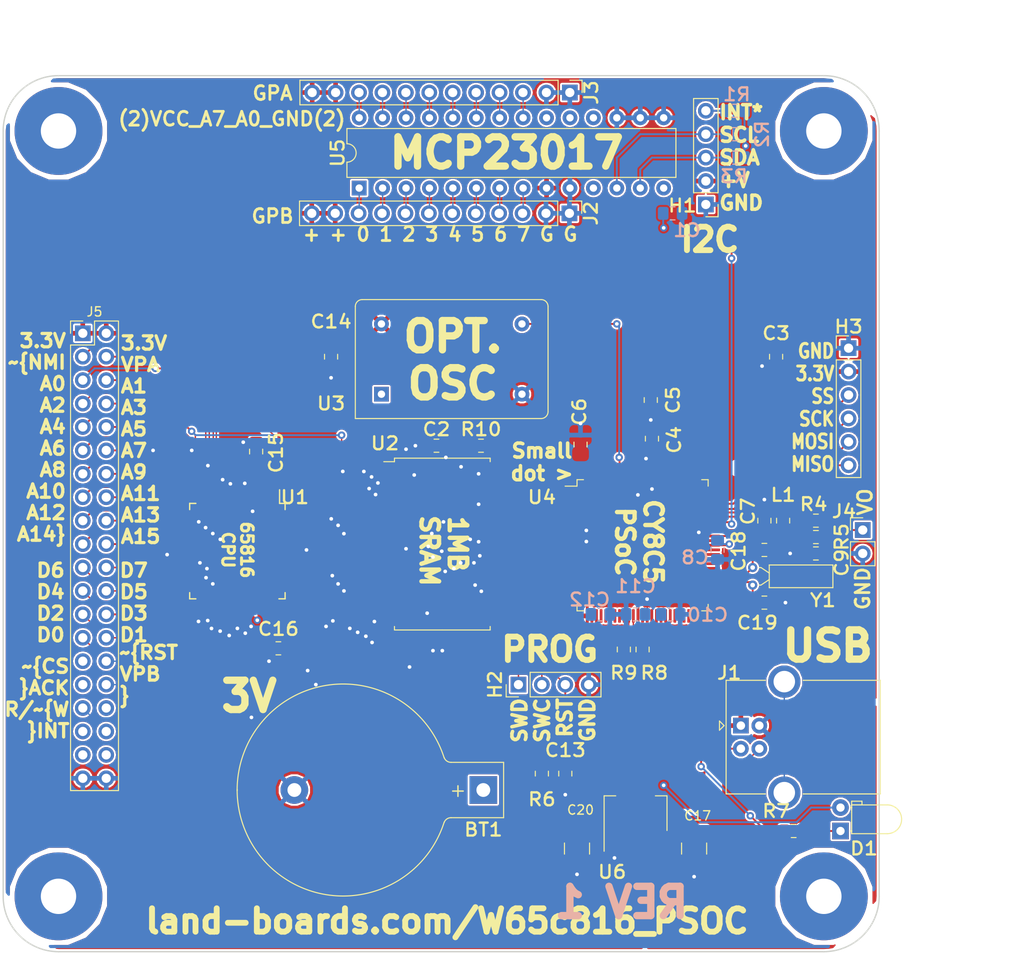
<source format=kicad_pcb>
(kicad_pcb (version 20211014) (generator pcbnew)
  (title_block (title "Z80_PSoC") (date "2019-09-25") (rev "1") (company "land-boards.com"))
  (layers (0 "F.Cu" signal) (31 "B.Cu" signal) (34 "B.Paste" user) (35 "F.Paste" user) (36 "B.SilkS" user "B.Silkscreen") (37 "F.SilkS" user "F.Silkscreen") (38 "B.Mask" user) (39 "F.Mask" user) (44 "Edge.Cuts" user))
  (net 0 "")
  (net 1 "GND")
  (net 2 "+5V")
  (net 3 "Net-(BT1-Pad1)")
  (net 4 "Net-(D1-Pad1)")
  (net 5 "Net-(J1-Pad5)")
  (net 6 "/USB-DM")
  (net 7 "/USB-DP")
  (net 8 "/CPUA11")
  (net 9 "/CPUA12")
  (net 10 "/CPUA13")
  (net 11 "/CPUA14")
  (net 12 "/CPUA15")
  (net 13 "/CPUD4")
  (net 14 "/CPUD3")
  (net 15 "/CPUD5")
  (net 16 "/CPUD6")
  (net 17 "/CPUA0")
  (net 18 "/CPUA1")
  (net 19 "/CPUD2")
  (net 20 "/CPUA2")
  (net 21 "/CPUD7")
  (net 22 "/CPUA3")
  (net 23 "/CPUD0")
  (net 24 "/CPUA4")
  (net 25 "/CPUD1")
  (net 26 "/CPUA5")
  (net 27 "/CPUA6")
  (net 28 "/~{NMI}")
  (net 29 "/CPUA7")
  (net 30 "/CPUA8")
  (net 31 "/CPUA9")
  (net 32 "/CPUA10")
  (net 33 "/SCL")
  (net 34 "/SDA")
  (net 35 "Net-(U3-Pad8)")
  (net 36 "/SWD")
  (net 37 "/SWC")
  (net 38 "/SRAMA16")
  (net 39 "/SRAMA18")
  (net 40 "/SRAMA17")
  (net 41 "/~{MEMWR}")
  (net 42 "/~{SRAMCS}")
  (net 43 "/GPB7")
  (net 44 "/GPB0")
  (net 45 "/GPA7")
  (net 46 "/GPA0")
  (net 47 "/~{I2CINT}")
  (net 48 "/GPB1")
  (net 49 "/GPB2")
  (net 50 "/GPB3")
  (net 51 "/GPB4")
  (net 52 "/GPB5")
  (net 53 "/GPB6")
  (net 54 "/GPA1")
  (net 55 "/GPA2")
  (net 56 "/GPA3")
  (net 57 "/GPA4")
  (net 58 "/GPA5")
  (net 59 "/GPA6")
  (net 60 "/DAC_OUT")
  (net 61 "Net-(R8-Pad2)")
  (net 62 "Net-(R9-Pad2)")
  (net 63 "Net-(C10-Pad1)")
  (net 64 "Net-(C7-Pad1)")
  (net 65 "Net-(C8-Pad1)")
  (net 66 "Net-(C9-Pad2)")
  (net 67 "Net-(C13-Pad1)")
  (net 68 "Net-(C18-Pad2)")
  (net 69 "Net-(C19-Pad2)")
  (net 70 "+3V3")
  (net 71 "/VPA")
  (net 72 "/R/~{W}")
  (net 73 "/E")
  (net 74 "/BE")
  (net 75 "/MX")
  (net 76 "/VDA")
  (net 77 "/~{RESB}")
  (net 78 "/VPB")
  (net 79 "/RDY")
  (net 80 "/~{ABTB}")
  (net 81 "/~{IRQ}")
  (net 82 "/~{ML}")
  (net 83 "/~{IOCS}")
  (net 84 "/~{IOACK}")
  (net 85 "/~{IOINT}")
  (net 86 "/SPISS")
  (net 87 "/SPISCK")
  (net 88 "/SPIMOSI")
  (net 89 "/SPIMISO")
  (net 90 "/SRAMA19")
  (net 91 "/LED")
  (net 92 "/RCS")
  (footprint "Connector_PinHeader_2.54mm:PinHeader_1x06_P2.54mm_Vertical" (layer "F.Cu") (at 91.6813 29.5529)
    (fp_text reference "H3")
    (fp_text value "Conn_01x06")
  )
  (footprint "LandBoards_MountHoles:MTG-6-32" (layer "F.Cu") (at 6 6)
    (fp_text reference "MTG1" hide)
    (fp_text value "MTG_HOLE" hide)
  )
  (footprint "LandBoards_MountHoles:MTG-6-32" (layer "F.Cu") (at 89 6)
    (fp_text reference "MTG2" hide)
    (fp_text value "MTG_HOLE" hide)
  )
  (footprint "LandBoards_MountHoles:MTG-6-32" (layer "F.Cu") (at 6 89)
    (fp_text reference "MTG3" hide)
    (fp_text value "MTG_HOLE" hide)
  )
  (footprint "LandBoards_MountHoles:MTG-6-32" (layer "F.Cu") (at 89 89)
    (fp_text reference "MTG4" hide)
    (fp_text value "MTG_HOLE" hide)
  )
  (footprint "Package_DIP:DIP-28_W7.62mm" (layer "F.Cu") (at 38.608 12.192 90)
    (fp_text reference "U5")
    (fp_text value "MCP23017_SP")
  )
  (footprint "Connector_PinHeader_2.54mm:PinHeader_1x05_P2.54mm_Vertical" (layer "F.Cu") (at 76.2 13.97 180)
    (fp_text reference "H1")
    (fp_text value "Conn_01x05")
  )
  (footprint "Connector_PinHeader_2.54mm:PinHeader_1x12_P2.54mm_Vertical" (layer "F.Cu") (at 61.40704 14.93012 -90)
    (fp_text reference "J2")
    (fp_text value "Conn_01x12")
  )
  (footprint "Connector_PinHeader_2.54mm:PinHeader_1x12_P2.54mm_Vertical" (layer "F.Cu") (at 61.45022 1.83134 -90)
    (fp_text reference "J3")
    (fp_text value "Conn_01x12")
  )
  (footprint "Capacitor_SMD:C_0805_2012Metric_Pad1.15x1.40mm_HandSolder" (layer "F.Cu") (at 88.138 51.816)
    (fp_text reference "C9")
    (fp_text value "0.001uF")
  )
  (footprint "Resistor_SMD:R_0805_2012Metric_Pad1.15x1.40mm_HandSolder" (layer "F.Cu") (at 88.138 48.26 180)
    (fp_text reference "R4")
    (fp_text value "2.2K")
  )
  (footprint "Resistor_SMD:R_0805_2012Metric_Pad1.15x1.40mm_HandSolder" (layer "F.Cu") (at 88.138 50.038)
    (fp_text reference "R5")
    (fp_text value "100")
  )
  (footprint "Connector_PinHeader_2.54mm:PinHeader_1x02_P2.54mm_Vertical" (layer "F.Cu") (at 93.218 49.276)
    (fp_text reference "J4")
    (fp_text value "Conn_01x02")
  )
  (footprint "Capacitor_SMD:C_0805_2012Metric_Pad1.15x1.40mm_HandSolder" (layer "F.Cu") (at 60.96 75.692 -90)
    (fp_text reference "C13")
    (fp_text value "0.1uF")
  )
  (footprint "Capacitor_SMD:C_0805_2012Metric_Pad1.15x1.40mm_HandSolder" (layer "F.Cu") (at 70.358 39.37 90)
    (fp_text reference "C4")
    (fp_text value "1uF")
  )
  (footprint "Capacitor_SMD:C_0805_2012Metric_Pad1.15x1.40mm_HandSolder" (layer "F.Cu") (at 82.55 48.26 90)
    (fp_text reference "C7")
    (fp_text value "1uF")
  )
  (footprint "Capacitor_SMD:C_0805_2012Metric_Pad1.15x1.40mm_HandSolder" (layer "F.Cu") (at 29.845 62.103)
    (fp_text reference "C16")
    (fp_text value "0.1uF")
  )
  (footprint "Capacitor_SMD:C_0805_2012Metric_Pad1.15x1.40mm_HandSolder" (layer "F.Cu") (at 82.55 51.435 180)
    (fp_text reference "C18")
    (fp_text value "8pF")
  )
  (footprint "Capacitor_SMD:C_0805_2012Metric_Pad1.15x1.40mm_HandSolder" (layer "F.Cu") (at 82.55 57.15 180)
    (fp_text reference "C19")
    (fp_text value "8pF")
  )
  (footprint "Capacitor_SMD:C_0805_2012Metric_Pad1.15x1.40mm_HandSolder" (layer "F.Cu") (at 27.432 40.767 -90)
    (fp_text reference "C15")
    (fp_text value "0.1uF")
  )
  (footprint "Capacitor_SMD:C_0805_2012Metric_Pad1.15x1.40mm_HandSolder" (layer "F.Cu") (at 35.56 30.48 90)
    (fp_text reference "C14")
    (fp_text value "0.1uF")
  )
  (footprint "Capacitor_SMD:C_0805_2012Metric_Pad1.15x1.40mm_HandSolder" (layer "F.Cu") (at 62.611 40.005 -90)
    (fp_text reference "C6")
    (fp_text value "0.1uF")
  )
  (footprint "Capacitor_SMD:C_0805_2012Metric_Pad1.15x1.40mm_HandSolder" (layer "F.Cu") (at 46.99 40.132)
    (fp_text reference "C2")
    (fp_text value "0.1uF")
  )
  (footprint "Capacitor_SMD:C_0805_2012Metric_Pad1.15x1.40mm_HandSolder" (layer "F.Cu") (at 83.82 30.48 90)
    (fp_text reference "C3")
    (fp_text value "0.1uF")
  )
  (footprint "LED_THT:LED_D3.0mm_Horizontal_O1.27mm_Z2.0mm" (layer "F.Cu") (at 90.805 81.915 90)
    (fp_text reference "D1")
    (fp_text value "LED")
  )
  (footprint "Connector_PinHeader_2.54mm:PinHeader_1x04_P2.54mm_Vertical" (layer "F.Cu") (at 55.88 66.04 90)
    (fp_text reference "H2")
    (fp_text value "Conn_01x04")
  )
  (footprint "Connector_USB:USB_B_OST_USB-B1HSxx_Horizontal" (layer "F.Cu") (at 80 70.485)
    (fp_text reference "J1")
    (fp_text value "USB_B")
  )
  (footprint "Inductor_SMD:L_0805_2012Metric_Pad1.15x1.40mm_HandSolder" (layer "F.Cu") (at 84.582 48.26 90)
    (fp_text reference "L1")
    (fp_text value "ChipInd")
  )
  (footprint "Resistor_SMD:R_0805_2012Metric_Pad1.15x1.40mm_HandSolder" (layer "F.Cu") (at 58.42 75.692 90)
    (fp_text reference "R6")
    (fp_text value "3.9K")
  )
  (footprint "Resistor_SMD:R_0805_2012Metric_Pad1.15x1.40mm_HandSolder" (layer "F.Cu") (at 69.342 62.23 90)
    (fp_text reference "R8")
    (fp_text value "22")
  )
  (footprint "Resistor_SMD:R_0805_2012Metric_Pad1.15x1.40mm_HandSolder" (layer "F.Cu") (at 67.31 62.23 90)
    (fp_text reference "R9")
    (fp_text value "22")
  )
  (footprint "Resistor_SMD:R_0805_2012Metric_Pad1.15x1.40mm_HandSolder" (layer "F.Cu") (at 85.725 81.915 180)
    (fp_text reference "R7")
    (fp_text value "330")
  )
  (footprint "Package_QFP:TQFP-100_14x14mm_P0.5mm" (layer "F.Cu") (at 69.342 50.927)
    (fp_text reference "U4")
    (fp_text value "CY8C5267AXI-LP051")
  )
  (footprint "Oscillator:Oscillator_DIP-14" (layer "F.Cu") (at 41.021 34.544)
    (fp_text reference "U3")
    (fp_text value "4.9152 MHz")
  )
  (footprint "Crystal:Crystal_C26-LF_D2.1mm_L6.5mm_Horizontal" (layer "F.Cu") (at 81.28 55.245 90)
    (fp_text reference "Y1")
    (fp_text value "32.768KHz")
  )
  (footprint "Battery:BatteryHolder_Keystone_103_1x20mm" (layer "F.Cu") (at 52.07 77.47 180)
    (fp_text reference "BT1")
    (fp_text value "Battery_Cell")
  )
  (footprint "Capacitor_SMD:C_0805_2012Metric_Pad1.15x1.40mm_HandSolder" (layer "F.Cu") (at 70.231 35.179 90)
    (fp_text reference "C5")
    (fp_text value "0.1uF")
  )
  (footprint "Connector_PinHeader_2.54mm:PinHeader_2x20_P2.54mm_Vertical" (layer "F.Cu") (at 8.636 27.94)
    (fp_text reference "J5")
    (fp_text value "Conn_02x20_Odd_Even")
  )
  (footprint "Resistor_SMD:R_0805_2012Metric_Pad1.15x1.40mm_HandSolder" (layer "F.Cu") (at 51.816 40.132 180)
    (fp_text reference "R10")
    (fp_text value "2.2K")
  )
  (footprint "Package_QFP:LQFP-44_10x10mm_P0.8mm" (layer "F.Cu") (at 25.4 51.562 -90)
    (fp_text reference "U1")
    (fp_text value "W65C816S")
  )
  (footprint "Package_SO:TSOP-II-44_10.16x18.41mm_P0.8mm" (layer "F.Cu") (at 47.625 50.8)
    (fp_text reference "U2")
    (fp_text value "IS62WV10248EBLL-45TLI")
  )
  (footprint "Package_TO_SOT_SMD:SOT-223" (layer "F.Cu") (at 68.58 80.01 90)
    (fp_text reference "U6")
    (fp_text value "AP1117")
  )
  (footprint "Capacitor_SMD:C_1210_3225Metric_Pad1.42x2.65mm_HandSolder" (layer "F.Cu") (at 74.93 83.82 90)
    (fp_text reference "C17")
    (fp_text value "10uF")
  )
  (footprint "Capacitor_SMD:C_1210_3225Metric_Pad1.42x2.65mm_HandSolder" (layer "F.Cu") (at 62.23 83.82 90)
    (fp_text reference "C20")
    (fp_text value "10uF")
  )
  (footprint "Resistor_SMD:R_0805_2012Metric_Pad1.15x1.40mm_HandSolder" (layer "B.Cu") (at 79.375 8.89 180)
    (fp_text reference "R3")
    (fp_text value "2.2K")
  )
  (footprint "Resistor_SMD:R_0805_2012Metric_Pad1.15x1.40mm_HandSolder" (layer "B.Cu") (at 79.375 6.35 180)
    (fp_text reference "R2")
    (fp_text value "2.2K")
  )
  (footprint "Resistor_SMD:R_0805_2012Metric_Pad1.15x1.40mm_HandSolder" (layer "B.Cu") (at 79.375 3.81 180)
    (fp_text reference "R1")
    (fp_text value "2.2K")
  )
  (footprint "Capacitor_SMD:C_0805_2012Metric_Pad1.15x1.40mm_HandSolder" (layer "B.Cu") (at 72.39 58.42)
    (fp_text reference "C10")
    (fp_text value "1uF")
  )
  (footprint "Capacitor_SMD:C_0805_2012Metric_Pad1.15x1.40mm_HandSolder" (layer "B.Cu") (at 77.47 51.435 -90)
    (fp_text reference "C8")
    (fp_text value "1uF")
  )
  (footprint "Capacitor_SMD:C_0805_2012Metric_Pad1.15x1.40mm_HandSolder" (layer "B.Cu") (at 64.77 58.42 180)
    (fp_text reference "C12")
    (fp_text value "0.1uF")
  )
  (footprint "Capacitor_SMD:C_0805_2012Metric_Pad1.15x1.40mm_HandSolder" (layer "B.Cu") (at 72.60082 14.93266 180)
    (fp_text reference "C1")
    (fp_text value "0.1uF")
  )
  (footprint "Capacitor_SMD:C_0805_2012Metric_Pad1.15x1.40mm_HandSolder" (layer "B.Cu") (at 68.58 58.42)
    (fp_text reference "C11")
    (fp_text value "0.1uF")
  )
  (gr_line (start 89 0) (end 6 0) (layer "Edge.Cuts") (width 0.15))
  (gr_arc (start 0 6) (mid 1.757359 1.757359) (end 6 0) (layer "Edge.Cuts") (width 0.15))
  (gr_arc (start 6 95) (mid 1.757359 93.242641) (end 0 89) (layer "Edge.Cuts") (width 0.15))
  (gr_line (start 95 89) (end 95 6) (layer "Edge.Cuts") (width 0.15))
  (gr_arc (start 95 89) (mid 93.242641 93.242641) (end 89 95) (layer "Edge.Cuts") (width 0.15))
  (gr_arc (start 89 0) (mid 93.242641 1.757359) (end 95 6) (layer "Edge.Cuts") (width 0.15))
  (gr_line (start 0 6) (end 0 89) (layer "Edge.Cuts") (width 0.15))
  (gr_line (start 6 95) (end 89 95) (layer "Edge.Cuts") (width 0.15))
  (gr_text "REV 1" (at 67.056 89.662) (layer "B.SilkS") (effects (font (size 3.175 3.175) (thickness 0.79375)) (justify mirror)))
  (gr_text "GND\n3.3V\nSS\nSCK\nMOSI\nMISO" (at 90.297 36.0045) (layer "F.SilkS") (effects (font (size 1.524 1.27) (thickness 0.3175)) (justify right)))
  (gr_text "+ + 0 1 2 3 4 5 6 7 G G" (at 47.38878 17.19834) (layer "F.SilkS") (effects (font (size 1.5 1.45) (thickness 0.3))))
  (gr_text "MCP23017" (at 54.61 8.382) (layer "F.SilkS") (effects (font (size 3.175 3.175) (thickness 0.79375))))
  (gr_text "INT*\nSCL\nSDA\n+V\nGND" (at 77.47 8.89) (layer "F.SilkS") (effects (font (size 1.524 1.524) (thickness 0.381)) (justify left)))
  (gr_text "GPB" (at 29.21 15.24) (layer "F.SilkS") (effects (font (size 1.5 1.5) (thickness 0.3))))
  (gr_text "GPA" (at 29.21 1.905) (layer "F.SilkS") (effects (font (size 1.5 1.5) (thickness 0.3))))
  (gr_text "GND" (at 93.218 55.626 90) (layer "F.SilkS") (effects (font (size 1.5 1.5) (thickness 0.3))))
  (gr_text "VO" (at 93.472 46.228 90) (layer "F.SilkS") (effects (font (size 1.5 1.5) (thickness 0.3))))
  (gr_text "65816\nCPU" (at 25.4 51.435 270) (layer "F.SilkS") (effects (font (size 1.27 1.27) (thickness 0.3175))))
  (gr_text "1MB\n SRAM" (at 47.752 50.8 270) (layer "F.SilkS") (effects (font (size 1.905 1.905) (thickness 0.47625))))
  (gr_text "CY8C5\nPSoC" (at 68.961 50.546 270) (layer "F.SilkS") (effects (font (size 1.905 1.905) (thickness 0.47625))))
  (gr_text "3V" (at 26.67 67.31) (layer "F.SilkS") (effects (font (size 3.175 3.175) (thickness 0.79375))))
  (gr_text "I2C" (at 80.137 17.78) (layer "F.SilkS") (effects (font (size 2.54 2.54) (thickness 0.635)) (justify right)))
  (gr_text "land-boards.com/W65c816_PSOC" (at 48.133 91.694) (layer "F.SilkS") (effects (font (size 2.54 2.54) (thickness 0.635))))
  (gr_text "OPT.\nOSC" (at 48.768 30.861) (layer "F.SilkS") (effects (font (size 3.175 3.175) (thickness 0.79375))))
  (gr_text "SWD\nSWC\nRST\nGND" (at 59.69 67.31 90) (layer "F.SilkS") (effects (font (size 1.524 1.524) (thickness 0.381)) (justify right)))
  (gr_text "PROG" (at 64.83 62.23) (layer "F.SilkS") (effects (font (size 2.54 2.54) (thickness 0.635)) (justify right)))
  (gr_text "Small\ndot >" (at 58.42 41.91) (layer "F.SilkS") (effects (font (size 1.524 1.524) (thickness 0.381))))
  (gr_text "3.3V\nVPA\nA1\nA3\nA5\nA7\nA9\nA11\nA13\nA15" (at 12.573 39.497) (layer "F.SilkS") (effects (font (size 1.4478 1.524) (thickness 0.34925)) (justify left)))
  (gr_text "3.3V\n~{NMI\nA0\nA2\nA4\nA6\nA8\nA10\nA12\nA14}" (at 6.985 39.243) (layer "F.SilkS") (effects (font (size 1.4478 1.524) (thickness 0.34925)) (justify right)))
  (gr_text "D6\nD4\nD2\nD0" (at 6.858 57.15) (layer "F.SilkS") (effects (font (size 1.4478 1.524) (thickness 0.34925)) (justify right)))
  (gr_text "D7\nD5\nD3\nD1" (at 12.446 57.15) (layer "F.SilkS") (effects (font (size 1.4478 1.524) (thickness 0.34925)) (justify left)))
  (gr_text "~{RST\nVPB\n}" (at 12.446 64.897) (layer "F.SilkS") (effects (font (size 1.4478 1.524) (thickness 0.34925)) (justify left)))
  (gr_text "~{CS\n}ACK\nR/~{W\n}INT" (at 7.366 67.564) (layer "F.SilkS") (effects (font (size 1.4478 1.524) (thickness 0.34925)) (justify right)))
  (gr_text "USB" (at 89.4207 61.849) (layer "F.SilkS") (effects (font (size 3.175 3.175) (thickness 0.79375))))
  (gr_text "(2)VCC_A7_A0_GND(2)" (at 24.79802 4.69138) (layer "F.SilkS") (effects (font (size 1.5 1.5) (thickness 0.3))))
  (segment (start 82.305 31.505) (end 82.296 31.496) (width 0.1524) (layer "F.Cu") (net 1))
  (segment (start 82.55 47.235) (end 82.55 45.974) (width 0.2032) (layer "F.Cu") (net 1))
  (segment (start 87.113 52.07) (end 85.598 52.07) (width 0.2032) (layer "F.Cu") (net 1))
  (segment (start 83.575 51.435) (end 84.963 51.435) (width 0.2032) (layer "F.Cu") (net 1))
  (segment (start 60.96 76.717) (end 60.96 77.978) (width 0.2032) (layer "F.Cu") (net 1))
  (segment (start 69.842 43.2645) (end 69.842 41.6576) (width 0.1524) (layer "F.Cu") (net 1))
  (segment (start 63.133966 49.427) (end 63.242093 49.318873) (width 0.1524) (layer "F.Cu") (net 1))
  (segment (start 84.963 51.435) (end 85.344 51.816) (width 0.2032) (layer "F.Cu") (net 1))
  (segment (start 28.82 62.103) (end 28.82 63.491) (width 0.1524) (layer "F.Cu") (net 1))
  (segment (start 28.82 63.491) (end 28.829 63.5) (width 0.1524) (layer "F.Cu") (net 1))
  (segment (start 62.23 85.3075) (end 62.23 86.614) (width 0.2032) (layer "F.Cu") (net 1))
  (segment (start 35.56 31.505) (end 35.56 32.766) (width 0.1524) (layer "F.Cu") (net 1))
  (segment (start 61.6795 49.427) (end 63.133966 49.427) (width 0.1524) (layer "F.Cu") (net 1))
  (segment (start 27.432 39.742) (end 26.044 39.742) (width 0.2032) (layer "F.Cu") (net 1))
  (segment (start 77.0045 50.427) (end 75.769315 50.427) (width 0.2032) (layer "F.Cu") (net 1))
  (segment (start 85.598 52.07) (end 85.344 51.816) (width 0.2032) (layer "F.Cu") (net 1))
  (segment (start 75.769315 50.427) (end 75.438 50.095685) (width 0.2032) (layer "F.Cu") (net 1))
  (segment (start 43.58 51.2) (end 43.688 51.308) (width 0.1524) (layer "F.Cu") (net 1))
  (segment (start 75.541 49.427) (end 75.438 49.53) (width 0.2032) (layer "F.Cu") (net 1))
  (segment (start 70.231 36.204) (end 70.231 37.338) (width 0.1524) (layer "F.Cu") (net 1))
  (segment (start 66.28 83.16) (end 66.28 84.822) (width 0.2032) (layer "F.Cu") (net 1))
  (segment (start 69.842 41.6576) (end 69.7134 41.529) (width 0.1524) (layer "F.Cu") (net 1))
  (segment (start 77.0045 49.427) (end 75.541 49.427) (width 0.2032) (layer "F.Cu") (net 1))
  (segment (start 62.611 38.98) (end 62.611 37.719) (width 0.1524) (layer "F.Cu") (net 1))
  (segment (start 31.25 51.562) (end 32.766 51.562) (width 0.2032) (layer "F.Cu") (net 1))
  (segment (start 19.55 52.362) (end 18.199 52.362) (width 0.2032) (layer "F.Cu") (net 1))
  (segment (start 83.575 57.15) (end 84.836 57.15) (width 0.2032) (layer "F.Cu") (net 1))
  (segment (start 66.28 84.822) (end 66.294 84.836) (width 0.2032) (layer "F.Cu") (net 1))
  (segment (start 32.766 51.562) (end 32.893 51.435) (width 0.2032) (layer "F.Cu") (net 1))
  (segment (start 83.82 31.505) (end 82.305 31.505) (width 0.1524) (layer "F.Cu") (net 1))
  (segment (start 61.6795 50.427) (end 63.147159 50.427) (width 0.1524) (layer "F.Cu") (net 1))
  (segment (start 42.0375 51.2) (end 43.58 51.2) (width 0.1524) (layer "F.Cu") (net 1))
  (segment (start 74.93 85.3075) (end 74.93 86.868) (width 0.2032) (layer "F.Cu") (net 1))
  (segment (start 75.438 50.095685) (end 75.438 49.53) (width 0.2032) (layer "F.Cu") (net 1))
  (segment (start 18.199 52.362) (end 17.78 51.943) (width 0.2032) (layer "F.Cu") (net 1))
  (segment (start 26.044 39.742) (end 26.035 39.751) (width 0.2032) (layer "F.Cu") (net 1))
  (segment (start 63.147159 50.427) (end 63.243921 50.523762) (width 0.1524) (layer "F.Cu") (net 1))
  (segment (start 51.708 50.4) (end 51.562 50.546) (width 0.1524) (layer "F.Cu") (net 1))
  (segment (start 19.55 51.562) (end 18.161 51.562) (width 0.2032) (layer "F.Cu") (net 1))
  (segment (start 70.358 37.465) (end 70.231 37.338) (width 0.1524) (layer "F.Cu") (net 1))
  (segment (start 87.113 52.07) (end 87.113 50.292) (width 0.2032) (layer "F.Cu") (net 1))
  (segment (start 53.2125 50.4) (end 51.708 50.4) (width 0.1524) (layer "F.Cu") (net 1))
  (segment (start 70.358 38.345) (end 70.358 37.465) (width 0.1524) (layer "F.Cu") (net 1))
  (segment (start 45.965 40.132) (end 44.704 40.132) (width 0.1524) (layer "F.Cu") (net 1))
  (segment (start 18.161 51.562) (end 17.78 51.943) (width 0.2032) (layer "F.Cu") (net 1))
  (via (at 43.688 51.308) (size 0.8) (drill 0.4) (layers "F.Cu" "B.Cu") (net 1))
  (via (at 17.78 51.943) (size 0.8) (drill 0.4) (layers "F.Cu" "B.Cu") (net 1))
  (via (at 26.035 39.751) (size 0.8) (drill 0.4) (layers "F.Cu" "B.Cu") (net 1))
  (via (at 84.836 57.15) (size 0.8) (drill 0.4) (layers "F.Cu" "B.Cu") (net 1))
  (via (at 82.55 45.974) (size 0.8) (drill 0.4) (layers "F.Cu" "B.Cu") (net 1))
  (via (at 63.242093 49.318873) (size 0.8) (drill 0.4) (layers "F.Cu" "B.Cu") (net 1))
  (via (at 63.243921 50.523762) (size 0.8) (drill 0.4) (layers "F.Cu" "B.Cu") (net 1))
  (via (at 66.294 84.836) (size 0.8) (drill 0.4) (layers "F.Cu" "B.Cu") (net 1))
  (via (at 70.231 37.338) (size 0.8) (drill 0.4) (layers "F.Cu" "B.Cu") (net 1))
  (via (at 74.93 86.868) (size 0.8) (drill 0.4) (layers "F.Cu" "B.Cu") (net 1))
  (via (at 44.704 40.132) (size 0.8) (drill 0.4) (layers "F.Cu" "B.Cu") (net 1))
  (via (at 32.893 51.435) (size 0.8) (drill 0.4) (layers "F.Cu" "B.Cu") (net 1))
  (via (at 85.344 51.816) (size 0.8) (drill 0.4) (layers "F.Cu" "B.Cu") (net 1))
  (via (at 75.438 49.53) (size 0.8) (drill 0.4) (layers "F.Cu" "B.Cu") (net 1))
  (via (at 35.56 32.766) (size 0.8) (drill 0.4) (layers "F.Cu" "B.Cu") (net 1))
  (via (at 28.829 63.5) (size 0.8) (drill 0.4) (layers "F.Cu" "B.Cu") (net 1))
  (via (at 62.611 37.719) (size 0.8) (drill 0.4) (layers "F.Cu" "B.Cu") (net 1))
  (via (at 62.23 86.614) (size 0.8) (drill 0.4) (layers "F.Cu" "B.Cu") (net 1))
  (via (at 51.562 50.546) (size 0.8) (drill 0.4) (layers "F.Cu" "B.Cu") (net 1))
  (via (at 60.96 77.978) (size 0.8) (drill 0.4) (layers "F.Cu" "B.Cu") (net 1))
  (via (at 82.296 31.496) (size 0.8) (drill 0.4) (layers "F.Cu" "B.Cu") (net 1))
  (via (at 69.7134 41.529) (size 0.8) (drill 0.4) (layers "F.Cu" "B.Cu") (net 1))
  (segment (start 86.75 81.915) (end 90.805 81.915) (width 0.2032) (layer "F.Cu") (net 4))
  (segment (start 84.71 77.755) (end 84.71 65.715) (width 0.1524) (layer "B.Cu") (net 5))
  (segment (start 69.342 64.262) (end 69.342 63.255) (width 0.2032) (layer "F.Cu") (net 6))
  (segment (start 78.065 72.985) (end 69.342 64.262) (width 0.2032) (layer "F.Cu") (net 6))
  (segment (start 80 72.985) (end 78.065 72.985) (width 0.2032) (layer "F.Cu") (net 6))
  (segment (start 79.377999 74.292001) (end 77.772001 74.292001) (width 0.2032) (layer "F.Cu") (net 7))
  (segment (start 80.692999 74.292001) (end 82 72.985) (width 0.1524) (layer "F.Cu") (net 7))
  (segment (start 67.31 63.83) (end 67.31 63.255) (width 0.2032) (layer "F.Cu") (net 7))
  (segment (start 79.377999 74.292001) (end 80.692999 74.292001) (width 0.1524) (layer "F.Cu") (net 7))
  (segment (start 77.772001 74.292001) (end 67.31 63.83) (width 0.2032) (layer "F.Cu") (net 7))
  (segment (start 11.176 45.72) (end 13.5048 45.72) (width 0.2032) (layer "F.Cu") (net 8))
  (segment (start 18.5468 50.762) (end 19.55 50.762) (width 0.2032) (layer "F.Cu") (net 8))
  (segment (start 50.646242 50.284355) (end 50.246243 50.684354) (width 0.1524) (layer "F.Cu") (net 8))
  (segment (start 50.246243 50.684354) (end 50.246243 56.469243) (width 0.1524) (layer "F.Cu") (net 8))
  (segment (start 50.246243 56.469243) (end 50.577 56.8) (width 0.1524) (layer "F.Cu") (net 8))
  (segment (start 50.577 56.8) (end 53.2125 56.8) (width 0.1524) (layer "F.Cu") (net 8))
  (segment (start 23.073278 50.762) (end 23.549678 50.2856) (width 0.1524) (layer "F.Cu") (net 8))
  (segment (start 19.55 50.762) (end 23.073278 50.762) (width 0.1524) (layer "F.Cu") (net 8))
  (segment (start 13.5048 45.72) (end 18.5468 50.762) (width 0.2032) (layer "F.Cu") (net 8))
  (via (at 50.646242 50.284355) (size 0.8) (drill 0.4) (layers "F.Cu" "B.Cu") (net 8))
  (via (at 23.549678 50.2856) (size 0.8) (drill 0.4) (layers "F.Cu" "B.Cu") (net 8))
  (segment (start 50.630468 50.300129) (end 50.646242 50.284355) (width 0.1524) (layer "B.Cu") (net 8))
  (segment (start 24.129892 50.300129) (end 50.630468 50.300129) (width 0.1524) (layer "B.Cu") (net 8))
  (segment (start 24.115363 50.2856) (end 24.129892 50.300129) (width 0.1524) (layer "B.Cu") (net 8))
  (segment (start 23.549678 50.2856) (end 24.115363 50.2856) (width 0.1524) (layer "B.Cu") (net 8))
  (segment (start 12.025077 47.155999) (end 9.740001 47.155999) (width 0.2032) (layer "F.Cu") (net 9))
  (segment (start 49.617643 52.832) (end 49.617643 57.364643) (width 0.1524) (layer "F.Cu") (net 9))
  (segment (start 19.55 53.162) (end 21.006 53.162) (width 0.1524) (layer "F.Cu") (net 9))
  (segment (start 9.485999 47.410001) (end 8.636 48.26) (width 0.2032) (layer "F.Cu") (net 9))
  (segment (start 18.031078 53.162) (end 12.025077 47.155999) (width 0.2032) (layer "F.Cu") (net 9))
  (segment (start 49.617643 57.364643) (end 49.853 57.6) (width 0.1524) (layer "F.Cu") (net 9))
  (segment (start 19.55 53.162) (end 18.031078 53.162) (width 0.2032) (layer "F.Cu") (net 9))
  (segment (start 21.006 53.162) (end 21.336 52.832) (width 0.1524) (layer "F.Cu") (net 9))
  (segment (start 9.740001 47.155999) (end 9.485999 47.410001) (width 0.2032) (layer "F.Cu") (net 9))
  (segment (start 49.853 57.6) (end 53.2125 57.6) (width 0.1524) (layer "F.Cu") (net 9))
  (via (at 21.336 52.832) (size 0.8) (drill 0.4) (layers "F.Cu" "B.Cu") (net 9))
  (via (at 49.617643 52.832) (size 0.8) (drill 0.4) (layers "F.Cu" "B.Cu") (net 9))
  (segment (start 21.336 52.832) (end 49.617643 52.832) (width 0.1524) (layer "B.Cu") (net 9))
  (segment (start 17.70361 53.51761) (end 12.446 48.26) (width 0.2032) (layer "F.Cu") (net 10))
  (segment (start 12.446 48.26) (end 11.176 48.26) (width 0.2032) (layer "F.Cu") (net 10))
  (segment (start 19.55 53.962) (end 18.5468 53.962) (width 0.2032) (layer "F.Cu") (net 10))
  (segment (start 48.878646 53.4606) (end 48.878646 58.149646) (width 0.1524) (layer "F.Cu") (net 10))
  (segment (start 48.878646 58.149646) (end 49.129 58.4) (width 0.1524) (layer "F.Cu") (net 10))
  (segment (start 21.596522 53.962) (end 22.097922 53.4606) (width 0.1524) (layer "F.Cu") (net 10))
  (segment (start 49.129 58.4) (end 53.2125 58.4) (width 0.1524) (layer "F.Cu") (net 10))
  (segment (start 19.55 53.962) (end 21.596522 53.962) (width 0.1524) (layer "F.Cu") (net 10))
  (segment (start 18.5468 53.962) (end 18.10241 53.51761) (width 0.2032) (layer "F.Cu") (net 10))
  (segment (start 18.10241 53.51761) (end 17.70361 53.51761) (width 0.2032) (layer "F.Cu") (net 10))
  (via (at 22.097922 53.4606) (size 0.8) (drill 0.4) (layers "F.Cu" "B.Cu") (net 10))
  (via (at 48.878646 53.4606) (size 0.8) (drill 0.4) (layers "F.Cu" "B.Cu") (net 10))
  (segment (start 22.663607 53.4606) (end 22.987397 53.13681) (width 0.1524) (layer "B.Cu") (net 10))
  (segment (start 48.554856 53.13681) (end 48.878646 53.4606) (width 0.1524) (layer "B.Cu") (net 10))
  (segment (start 22.987397 53.13681) (end 48.554856 53.13681) (width 0.1524) (layer "B.Cu") (net 10))
  (segment (start 22.097922 53.4606) (end 22.663607 53.4606) (width 0.1524) (layer "B.Cu") (net 10))
  (segment (start 19.55 54.762) (end 18.5468 54.762) (width 0.2032) (layer "F.Cu") (net 11))
  (segment (start 47.937181 53.76541) (end 47.937181 54.331095) (width 0.1524) (layer "F.Cu") (net 11))
  (segment (start 18.5468 54.762) (end 17.65802 53.87322) (width 0.2032) (layer "F.Cu") (net 11))
  (segment (start 48.006 54.399914) (end 48.006 58.801) (width 0.1524) (layer "F.Cu") (net 11))
  (segment (start 47.937181 54.331095) (end 48.006 54.399914) (width 0.1524) (layer "F.Cu") (net 11))
  (segment (start 48.006 58.801) (end 48.405 59.2) (width 0.1524) (layer "F.Cu") (net 11))
  (segment (start 13.081 49.657) (end 9.779 49.657) (width 0.2032) (layer "F.Cu") (net 11))
  (segment (start 19.55 54.762) (end 21.68182 54.762) (width 0.1524) (layer "F.Cu") (net 11))
  (segment (start 17.29722 53.87322) (end 13.081 49.657) (width 0.2032) (layer "F.Cu") (net 11))
  (segment (start 48.405 59.2) (end 53.2125 59.2) (width 0.1524) (layer "F.Cu") (net 11))
  (segment (start 17.65802 53.87322) (end 17.29722 53.87322) (width 0.2032) (layer "F.Cu") (net 11))
  (segment (start 9.779 49.657) (end 8.636 50.8) (width 0.2032) (layer "F.Cu") (net 11))
  (segment (start 21.68182 54.762) (end 21.998784 54.445036) (width 0.1524) (layer "F.Cu") (net 11))
  (via (at 47.937181 53.76541) (size 0.8) (drill 0.4) (layers "F.Cu" "B.Cu") (net 11))
  (via (at 21.998784 54.445036) (size 0.8) (drill 0.4) (layers "F.Cu" "B.Cu") (net 11))
  (segment (start 39.751 53.594) (end 39.878 53.467) (width 0.1524) (layer "B.Cu") (net 11))
  (segment (start 22.564469 54.445036) (end 23.415505 53.594) (width 0.1524) (layer "B.Cu") (net 11))
  (segment (start 39.878 53.467) (end 47.638771 53.467) (width 0.1524) (layer "B.Cu") (net 11))
  (segment (start 47.638771 53.467) (end 47.937181 53.76541) (width 0.1524) (layer "B.Cu") (net 11))
  (segment (start 23.415505 53.594) (end 39.751 53.594) (width 0.1524) (layer "B.Cu") (net 11))
  (segment (start 21.998784 54.445036) (end 22.564469 54.445036) (width 0.1524) (layer "B.Cu") (net 11))
  (segment (start 35.6934 58.502955) (end 35.6934 54.788285) (width 0.1524) (layer "F.Cu") (net 12))
  (segment (start 35.753114 59.128354) (end 35.753114 58.562669) (width 0.1524) (layer "F.Cu") (net 12))
  (segment (start 19.55 55.562) (end 22.289 55.562) (width 0.1524) (layer "F.Cu") (net 12))
  (segment (start 42.0375 59.2) (end 40.259 59.2) (width 0.1524) (layer "F.Cu") (net 12))
  (segment (start 35.753114 58.562669) (end 35.6934 58.502955) (width 0.1524) (layer "F.Cu") (net 12))
  (segment (start 19.55 55.562) (end 18.224 55.562) (width 0.2032) (layer "F.Cu") (net 12))
  (segment (start 18.224 55.562) (end 13.462 50.8) (width 0.2032) (layer "F.Cu") (net 12))
  (segment (start 22.289 55.562) (end 22.733 55.118) (width 0.1524) (layer "F.Cu") (net 12))
  (segment (start 35.6934 54.788285) (end 35.6934 54.2226) (width 0.1524) (layer "F.Cu") (net 12))
  (segment (start 13.462 50.8) (end 11.176 50.8) (width 0.2032) (layer "F.Cu") (net 12))
  (via (at 35.753114 59.128354) (size 0.8) (drill 0.4) (layers "F.Cu" "B.Cu") (net 12))
  (via (at 35.6934 54.2226) (size 0.8) (drill 0.4) (layers "F.Cu" "B.Cu") (net 12))
  (via (at 22.733 55.118) (size 0.8) (drill 0.4) (layers "F.Cu" "B.Cu") (net 12))
  (via (at 40.259 59.2) (size 0.8) (drill 0.4) (layers "F.Cu" "B.Cu") (net 12))
  (segment (start 22.733 55.118) (end 23.95219 53.89881) (width 0.1524) (layer "B.Cu") (net 12))
  (segment (start 40.259 59.2) (end 35.82476 59.2) (width 0.1524) (layer "B.Cu") (net 12))
  (segment (start 35.36961 53.89881) (end 35.6934 54.2226) (width 0.1524) (layer "B.Cu") (net 12))
  (segment (start 23.95219 53.89881) (end 35.36961 53.89881) (width 0.1524) (layer "B.Cu") (net 12))
  (segment (start 35.82476 59.2) (end 35.753114 59.128354) (width 0.1524) (layer "B.Cu") (net 12))
  (segment (start 46.609 62.357) (end 46.609 52.2034) (width 0.1524) (layer "F.Cu") (net 13))
  (segment (start 54.642 52.8) (end 58.515 48.927) (width 0.1524) (layer "F.Cu") (net 13))
  (segment (start 9.740001 56.984001) (end 12.611999 56.984001) (width 0.1524) (layer "F.Cu") (net 13))
  (segment (start 53.2125 52.8) (end 54.642 52.8) (width 0.1524) (layer "F.Cu") (net 13))
  (segment (start 8.636 55.88) (end 9.740001 56.984001) (width 0.1524) (layer "F.Cu") (net 13))
  (segment (start 53.1805 52.832) (end 53.2125 52.8) (width 0.1524) (layer "F.Cu") (net 13))
  (segment (start 23.529858 60.417142) (end 23.368 60.579) (width 0.1524) (layer "F.Cu") (net 13))
  (segment (start 23.529858 60.240664) (end 23.529858 60.417142) (width 0.1524) (layer "F.Cu") (net 13))
  (segment (start 51.054 52.832) (end 53.1805 52.832) (width 0.1524) (layer "F.Cu") (net 13))
  (segment (start 23.368 60.579) (end 16.206998 60.579) (width 0.1524) (layer "F.Cu") (net 13))
  (segment (start 16.206998 60.579) (end 12.611999 56.984001) (width 0.1524) (layer "F.Cu") (net 13))
  (segment (start 58.515 48.927) (end 61.6795 48.927) (width 0.1524) (layer "F.Cu") (net 13))
  (segment (start 23.8 59.970522) (end 23.529858 60.240664) (width 0.1524) (layer "F.Cu") (net 13))
  (segment (start 23.8 57.412) (end 23.8 59.970522) (width 0.1524) (layer "F.Cu") (net 13))
  (via (at 46.609 62.357) (size 0.8) (drill 0.4) (layers "F.Cu" "B.Cu") (net 13))
  (via (at 51.054 52.832) (size 0.8) (drill 0.4) (layers "F.Cu" "B.Cu") (net 13))
  (via (at 23.529858 60.240664) (size 0.8) (drill 0.4) (layers "F.Cu" "B.Cu") (net 13))
  (via (at 46.609 52.2034) (size 0.8) (drill 0.4) (layers "F.Cu" "B.Cu") (net 13))
  (segment (start 39.96367 62.357) (end 46.609 62.357) (width 0.1524) (layer "B.Cu") (net 13))
  (segment (start 23.529858 60.806349) (end 24.572509 61.849) (width 0.1524) (layer "B.Cu") (net 13))
  (segment (start 50.4254 52.2034) (end 51.054 52.832) (width 0.1524) (layer "B.Cu") (net 13))
  (segment (start 46.609 52.2034) (end 50.4254 52.2034) (width 0.1524) (layer "B.Cu") (net 13))
  (segment (start 25.080509 62.357) (end 39.96367 62.357) (width 0.1524) (layer "B.Cu") (net 13))
  (segment (start 23.529858 60.240664) (end 23.529858 60.806349) (width 0.1524) (layer "B.Cu") (net 13))
  (segment (start 24.572509 61.849) (end 25.080509 62.357) (width 0.1524) (layer "B.Cu") (net 13))
  (segment (start 40.404999 60.403312) (end 39.116 59.114313) (width 0.1524) (layer "F.Cu") (net 14))
  (segment (start 24.6 57.412) (end 24.6 60.6234) (width 0.1524) (layer "F.Cu") (net 14))
  (segment (start 15.24 60.96) (end 12.7 58.42) (width 0.1524) (layer "F.Cu") (net 14))
  (segment (start 39.656 52.8) (end 42.0375 52.8) (width 0.1524) (layer "F.Cu") (net 14))
  (segment (start 23.697715 60.96) (end 15.24 60.96) (width 0.1524) (layer "F.Cu") (net 14))
  (segment (start 11.176 58.42) (end 12.7 58.42) (width 0.2032) (layer "F.Cu") (net 14))
  (segment (start 39.116 59.114313) (end 39.116 53.34) (width 0.1524) (layer "F.Cu") (net 14))
  (segment (start 23.945315 60.7124) (end 23.697715 60.96) (width 0.1524) (layer "F.Cu") (net 14))
  (segment (start 40.404999 61.068001) (end 40.404999 60.403312) (width 0.1524) (layer "F.Cu") (net 14))
  (segment (start 24.511 60.7124) (end 23.945315 60.7124) (width 0.1524) (layer "F.Cu") (net 14))
  (segment (start 40.005 61.468) (end 40.404999 61.068001) (width 0.1524) (layer "F.Cu") (net 14))
  (segment (start 39.116 53.34) (end 39.656 52.8) (width 0.1524) (layer "F.Cu") (net 14))
  (segment (start 24.6 60.6234) (end 24.511 60.7124) (width 0.1524) (layer "F.Cu") (net 14))
  (via (at 24.511 60.7124) (size 0.8) (drill 0.4) (layers "F.Cu" "B.Cu") (net 14))
  (via (at 40.005 61.468) (size 0.8) (drill 0.4) (layers "F.Cu" "B.Cu") (net 14))
  (segment (start 24.511 60.7124) (end 24.511 61.278085) (width 0.1524) (layer "B.Cu") (net 14))
  (segment (start 24.700915 61.468) (end 39.181249 61.468) (width 0.1524) (layer "B.Cu") (net 14))
  (segment (start 39.181249 61.468) (end 40.005 61.468) (width 0.1524) (layer "B.Cu") (net 14))
  (segment (start 24.511 61.278085) (end 24.700915 61.468) (width 0.1524) (layer "B.Cu") (net 14))
  (segment (start 23 57.412) (end 23 59.543521) (width 0.1524) (layer "F.Cu") (net 15))
  (segment (start 58.253 48.427) (end 61.6795 48.427) (width 0.1524) (layer "F.Cu") (net 15))
  (segment (start 47.561377 52.387623) (end 47.561377 51.5748) (width 0.1524) (layer "F.Cu") (net 15))
  (segment (start 47.625 61.791315) (end 47.30858 61.474895) (width 0.1524) (layer "F.Cu") (net 15))
  (segment (start 53.2125 52) (end 51.759 52) (width 0.1524) (layer "F.Cu") (net 15))
  (segment (start 47.30858 52.64042) (end 47.561377 52.387623) (width 0.1524) (layer "F.Cu") (net 15))
  (segment (start 54.68 52) (end 58.253 48.427) (width 0.1524) (layer "F.Cu") (net 15))
  (segment (start 23 59.543521) (end 22.593121 59.9504) (width 0.1524) (layer "F.Cu") (net 15))
  (segment (start 11.176 55.88) (end 12.378081 55.88) (width 0.1524) (layer "F.Cu") (net 15))
  (segment (start 47.625 62.357) (end 47.625 61.791315) (width 0.1524) (layer "F.Cu") (net 15))
  (segment (start 47.30858 61.474895) (end 47.30858 52.64042) (width 0.1524) (layer "F.Cu") (net 15))
  (segment (start 53.2125 52) (end 54.68 52) (width 0.1524) (layer "F.Cu") (net 15))
  (segment (start 22.345521 60.198) (end 22.593121 59.9504) (width 0.1524) (layer "F.Cu") (net 15))
  (segment (start 16.696081 60.198) (end 22.345521 60.198) (width 0.1524) (layer "F.Cu") (net 15))
  (segment (start 51.759 52) (end 51.689 52.07) (width 0.1524) (layer "F.Cu") (net 15))
  (segment (start 12.378081 55.88) (end 16.696081 60.198) (width 0.1524) (layer "F.Cu") (net 15))
  (via (at 47.625 62.357) (size 0.8) (drill 0.4) (layers "F.Cu" "B.Cu") (net 15))
  (via (at 47.561377 51.5748) (size 0.8) (drill 0.4) (layers "F.Cu" "B.Cu") (net 15))
  (via (at 22.593121 59.9504) (size 0.8) (drill 0.4) (layers "F.Cu" "B.Cu") (net 15))
  (via (at 51.689 52.07) (size 0.8) (drill 0.4) (layers "F.Cu" "B.Cu") (net 15))
  (segment (start 51.1938 51.5748) (end 51.689 52.07) (width 0.1524) (layer "B.Cu") (net 15))
  (segment (start 24.738846 62.66181) (end 24.954253 62.66181) (width 0.1524) (layer "B.Cu") (net 15))
  (segment (start 22.593121 59.9504) (end 22.593121 60.516085) (width 0.1524) (layer "B.Cu") (net 15))
  (segment (start 22.593121 60.516085) (end 24.738846 62.66181) (width 0.1524) (layer "B.Cu") (net 15))
  (segment (start 47.561377 51.5748) (end 51.1938 51.5748) (width 0.1524) (layer "B.Cu") (net 15))
  (segment (start 24.954253 62.66181) (end 45.98348 62.66181) (width 0.1524) (layer "B.Cu") (net 15))
  (segment (start 46.996399 62.985601) (end 47.625 62.357) (width 0.1524) (layer "B.Cu") (net 15))
  (segment (start 46.307271 62.985601) (end 46.996399 62.985601) (width 0.1524) (layer "B.Cu") (net 15))
  (segment (start 45.98348 62.66181) (end 46.307271 62.985601) (width 0.1524) (layer "B.Cu") (net 15))
  (segment (start 56.572 49.6) (end 58.245 47.927) (width 0.1524) (layer "F.Cu") (net 16))
  (segment (start 8.636 53.34) (end 9.740001 54.444001) (width 0.1524) (layer "F.Cu") (net 16))
  (segment (start 17.691999 59.817) (end 12.319 54.444001) (width 0.1524) (layer "F.Cu") (net 16))
  (segment (start 21.781634 59.491476) (end 21.781634 59.879366) (width 0.1524) (layer "F.Cu") (net 16))
  (segment (start 50.419 49.022) (end 45.974 49.022) (width 0.1524) (layer "F.Cu") (net 16))
  (segment (start 9.740001 54.444001) (end 12.319 54.444001) (width 0.1524) (layer "F.Cu") (net 16))
  (segment (start 50.997 49.6) (end 50.419 49.022) (width 0.1524) (layer "F.Cu") (net 16))
  (segment (start 53.2125 49.6) (end 50.997 49.6) (width 0.1524) (layer "F.Cu") (net 16))
  (segment (start 44.468999 63.728602) (end 44.069 64.128601) (width 0.1524) (layer "F.Cu") (net 16))
  (segment (start 44.468999 50.527001) (end 44.468999 63.728602) (width 0.1524) (layer "F.Cu") (net 16))
  (segment (start 58.245 47.927) (end 61.6795 47.927) (width 0.1524) (layer "F.Cu") (net 16))
  (segment (start 21.781634 59.879366) (end 21.719268 59.817) (width 0.1524) (layer "F.Cu") (net 16))
  (segment (start 21.719268 59.817) (end 17.691999 59.817) (width 0.1524) (layer "F.Cu") (net 16))
  (segment (start 53.2125 49.6) (end 56.572 49.6) (width 0.1524) (layer "F.Cu") (net 16))
  (segment (start 22.2 59.07311) (end 22.181633 59.091477) (width 0.1524) (layer "F.Cu") (net 16))
  (segment (start 22.181633 59.091477) (end 21.781634 59.491476) (width 0.1524) (layer "F.Cu") (net 16))
  (segment (start 22.2 57.412) (end 22.2 59.07311) (width 0.1524) (layer "F.Cu") (net 16))
  (segment (start 45.974 49.022) (end 44.468999 50.527001) (width 0.1524) (layer "F.Cu") (net 16))
  (via (at 44.069 64.128601) (size 0.8) (drill 0.4) (layers "F.Cu" "B.Cu") (net 16))
  (via (at 22.181633 59.091477) (size 0.8) (drill 0.4) (layers "F.Cu" "B.Cu") (net 16))
  (segment (start 24.23162 62.96662) (end 25.50162 62.96662) (width 0.1524) (layer "B.Cu") (net 16))
  (segment (start 21.781634 60.516634) (end 24.23162 62.96662) (width 0.1524) (layer "B.Cu") (net 16))
  (segment (start 35.566399 63.246) (end 36.449 64.128601) (width 0.1524) (layer "B.Cu") (net 16))
  (segment (start 30.099 63.246) (end 35.566399 63.246) (width 0.1524) (layer "B.Cu") (net 16))
  (segment (start 22.181633 59.091477) (end 21.781634 59.491476) (width 0.1524) (layer "B.Cu") (net 16))
  (segment (start 36.449 64.128601) (end 44.069 64.128601) (width 0.1524) (layer "B.Cu") (net 16))
  (segment (start 26.663601 64.128601) (end 29.216399 64.128601) (width 0.1524) (layer "B.Cu") (net 16))
  (segment (start 29.216399 64.128601) (end 30.099 63.246) (width 0.1524) (layer "B.Cu") (net 16))
  (segment (start 21.781634 59.491476) (end 21.781634 60.516634) (width 0.1524) (layer "B.Cu") (net 16))
  (segment (start 25.50162 62.96662) (end 26.663601 64.128601) (width 0.1524) (layer "B.Cu") (net 16))
  (segment (start 16.51 31.75) (end 19.05 31.75) (width 0.2032) (layer "F.Cu") (net 17))
  (segment (start 27 43.551013) (end 23.114 39.665013) (width 0.1524) (layer "F.Cu") (net 17))
  (segment (start 27 45.712) (end 27 43.551013) (width 0.1524) (layer "F.Cu") (net 17))
  (segment (start 27.051 47.244) (end 27.051 45.763) (width 0.1524) (layer "F.Cu") (net 17))
  (segment (start 23.114 39.665013) (end 23.114 37.465) (width 0.1524) (layer "F.Cu") (net 17))
  (segment (start 19.05 31.75) (end 23.114 35.814) (width 0.2032) (layer "F.Cu") (net 17))
  (segment (start 23.114 35.814) (end 23.114 37.465) (width 0.2032) (layer "F.Cu") (net 17))
  (segment (start 68.842 45.458) (end 68.834 45.466) (width 0.1524) (layer "F.Cu") (net 17))
  (segment (start 40.5574 45.6) (end 40.386 45.4286) (width 0.1524) (layer "F.Cu") (net 17))
  (segment (start 68.842 43.2645) (end 68.842 45.458) (width 0.1524) (layer "F.Cu") (net 17))
  (segment (start 42.0375 45.6) (end 40.5574 45.6) (width 0.1524) (layer "F.Cu") (net 17))
  (segment (start 27.051 45.763) (end 27 45.712) (width 0.1524) (layer "F.Cu") (net 17))
  (via (at 27.051 47.244) (size 0.8) (drill 0.4) (layers "F.Cu" "B.Cu") (net 17))
  (via (at 40.386 45.4286) (size 0.8) (drill 0.4) (layers "F.Cu" "B.Cu") (net 17))
  (via (at 68.834 45.466) (size 0.8) (drill 0.4) (layers "F.Cu" "B.Cu") (net 17))
  (via (at 16.51 31.75) (size 0.8) (drill 0.4) (layers "F.Cu" "B.Cu") (net 17))
  (segment (start 38.862 45.212) (end 29.083 45.212) (width 0.1524) (layer "B.Cu") (net 17))
  (segment (start 39.0786 45.4286) (end 38.862 45.212) (width 0.1524) (layer "B.Cu") (net 17))
  (segment (start 40.386 45.4286) (end 68.7966 45.4286) (width 0.1524) (layer "B.Cu") (net 17))
  (segment (start 9.906 31.75) (end 8.636 33.02) (width 0.2032) (layer "B.Cu") (net 17))
  (segment (start 68.7966 45.4286) (end 68.834 45.466) (width 0.1524) (layer "B.Cu") (net 17))
  (segment (start 40.386 45.4286) (end 39.0786 45.4286) (width 0.1524) (layer "B.Cu") (net 17))
  (segment (start 29.083 45.212) (end 27.051 47.244) (width 0.1524) (layer "B.Cu") (net 17))
  (segment (start 16.51 31.75) (end 9.906 31.75) (width 0.2032) (layer "B.Cu") (net 17))
  (segment (start 22.479 36.449) (end 19.05 33.02) (width 0.2032) (layer "F.Cu") (net 18))
  (segment (start 22.78379 36.75379) (end 22.479 36.449) (width 0.1524) (layer "F.Cu") (net 18))
  (segment (start 26.2 45.712) (end 26.2 44.215) (width 0.2032) (layer "F.Cu") (net 18))
  (segment (start 39.705962 44.8) (end 39.687322 44.78136) (width 0.1524) (layer "F.Cu") (net 18))
  (segment (start 42.0375 44.8) (end 39.705962 44.8) (width 0.1524) (layer "F.Cu") (net 18))
  (segment (start 19.05 33.02) (end 11.176 33.02) (width 0.2032) (layer "F.Cu") (net 18))
  (segment (start 22.78379 39.80179) (end 22.78379 36.75379) (width 0.1524) (layer "F.Cu") (net 18))
  (segment (start 26.2 44.215) (end 26.2 43.218) (width 0.1524) (layer "F.Cu") (net 18))
  (segment (start 26.2 43.218) (end 22.78379 39.80179) (width 0.1524) (layer "F.Cu") (net 18))
  (via (at 39.687322 44.78136) (size 0.8) (drill 0.4) (layers "F.Cu" "B.Cu") (net 18))
  (via (at 26.2 44.215) (size 0.8) (drill 0.4) (layers "F.Cu" "B.Cu") (net 18))
  (segment (start 26.76636 44.78136) (end 26.2 44.215) (width 0.1524) (layer "B.Cu") (net 18))
  (segment (start 39.687322 44.78136) (end 26.76636 44.78136) (width 0.1524) (layer "B.Cu") (net 18))
  (segment (start 38.748665 52.691335) (end 38.748665 59.64598) (width 0.1524) (layer "F.Cu") (net 19))
  (segment (start 9.779 59.563) (end 8.636 58.42) (width 0.1524) (layer "F.Cu") (net 19))
  (segment (start 14.224 61.341) (end 12.446 59.563) (width 0.1524) (layer "F.Cu") (net 19))
  (segment (start 39.44 52) (end 38.748665 52.691335) (width 0.1524) (layer "F.Cu") (net 19))
  (segment (start 25.146 61.341) (end 14.224 61.341) (width 0.1524) (layer "F.Cu") (net 19))
  (segment (start 25.4 57.412) (end 25.4 59.944) (width 0.1524) (layer "F.Cu") (net 19))
  (segment (start 38.748665 59.64598) (end 39.33155 60.228865) (width 0.1524) (layer "F.Cu") (net 19))
  (segment (start 42.0375 52) (end 39.44 52) (width 0.1524) (layer "F.Cu") (net 19))
  (segment (start 12.446 59.563) (end 9.779 59.563) (width 0.1524) (layer "F.Cu") (net 19))
  (segment (start 25.4 61.087) (end 25.146 61.341) (width 0.1524) (layer "F.Cu") (net 19))
  (segment (start 39.33155 60.228865) (end 39.33155 60.79455) (width 0.1524) (layer "F.Cu") (net 19))
  (segment (start 25.4 59.944) (end 25.4 61.087) (width 0.1524) (layer "F.Cu") (net 19))
  (via (at 39.33155 60.79455) (size 0.8) (drill 0.4) (layers "F.Cu" "B.Cu") (net 19))
  (via (at 25.4 59.944) (size 0.8) (drill 0.4) (layers "F.Cu" "B.Cu") (net 19))
  (segment (start 39.127572 60.998528) (end 39.33155 60.79455) (width 0.1524) (layer "B.Cu") (net 19))
  (segment (start 37.465 60.998528) (end 26.763369 60.998528) (width 0.1524) (layer "B.Cu") (net 19))
  (segment (start 25.4 60.509685) (end 25.4 59.944) (width 0.1524) (layer "B.Cu") (net 19))
  (segment (start 25.982212 61.091897) (end 25.4 60.509685) (width 0.1524) (layer "B.Cu") (net 19))
  (segment (start 37.465 60.998528) (end 39.127572 60.998528) (width 0.1524) (layer "B.Cu") (net 19))
  (segment (start 26.763369 60.998528) (end 26.67 61.091897) (width 0.1524) (layer "B.Cu") (net 19))
  (segment (start 26.67 61.091897) (end 25.982212 61.091897) (width 0.1524) (layer "B.Cu") (net 19))
  (segment (start 40.8114 44) (end 40.64 44.1714) (width 0.1524) (layer "F.Cu") (net 20))
  (segment (start 22.352 36.83) (end 19.977999 34.455999) (width 0.1524) (layer "F.Cu") (net 20))
  (segment (start 22.352 39.878) (end 22.352 36.83) (width 0.1524) (layer "F.Cu") (net 20))
  (segment (start 19.05 34.455999) (end 9.740001 34.455999) (width 0.1524) (layer "F.Cu") (net 20))
  (segment (start 42.0375 44) (end 40.8114 44) (width 0.1524) (layer "F.Cu") (net 20))
  (segment (start 9.740001 34.455999) (end 8.636 35.56) (width 0.1524) (layer "F.Cu") (net 20))
  (segment (start 24.639471 42.165471) (end 22.352 39.878) (width 0.1524) (layer "F.Cu") (net 20))
  (segment (start 19.977999 34.455999) (end 19.05 34.455999) (width 0.1524) (layer "F.Cu") (net 20))
  (segment (start 24.639471 44.264843) (end 24.639471 42.165471) (width 0.1524) (layer "F.Cu") (net 20))
  (via (at 24.639471 44.264843) (size 0.8) (drill 0.4) (layers "F.Cu" "B.Cu") (net 20))
  (via (at 40.64 44.1714) (size 0.8) (drill 0.4) (layers "F.Cu" "B.Cu") (net 20))
  (segment (start 25.219827 44.264843) (end 24.639471 44.264843) (width 0.1524) (layer "B.Cu") (net 20))
  (segment (start 39.116 44.45) (end 27.686 44.45) (width 0.1524) (layer "B.Cu") (net 20))
  (segment (start 39.878 44.152759) (end 39.413241 44.152759) (width 0.1524) (layer "B.Cu") (net 20))
  (segment (start 25.97446 43.51021) (end 25.219827 44.264843) (width 0.1524) (layer "B.Cu") (net 20))
  (segment (start 40.64 44.1714) (end 39.896641 44.1714) (width 0.1524) (layer "B.Cu") (net 20))
  (segment (start 26.74621 43.51021) (end 25.97446 43.51021) (width 0.1524) (layer "B.Cu") (net 20))
  (segment (start 39.896641 44.1714) (end 39.878 44.152759) (width 0.1524) (layer "B.Cu") (net 20))
  (segment (start 27.686 44.45) (end 26.74621 43.51021) (width 0.1524) (layer "B.Cu") (net 20))
  (segment (start 39.413241 44.152759) (end 39.116 44.45) (width 0.1524) (layer "B.Cu") (net 20))
  (segment (start 58.237 47.427) (end 61.6795 47.427) (width 0.1524) (layer "F.Cu") (net 21))
  (segment (start 21.4 57.412) (end 21.4 58.971107) (width 0.1524) (layer "F.Cu") (net 21))
  (segment (start 14.097 54.864) (end 13.208 53.975) (width 0.1524) (layer "F.Cu") (net 21))
  (segment (start 56.864 48.8) (end 58.237 47.427) (width 0.1524) (layer "F.Cu") (net 21))
  (segment (start 47.752 48.3934) (end 50.411466 48.3934) (width 0.1524) (layer "F.Cu") (net 21))
  (segment (start 46.2216 49.911) (end 46.482 49.6506) (width 0.1524) (layer "F.Cu") (net 21))
  (segment (start 13.208 53.975) (end 12.573 53.34) (width 0.1524) (layer "F.Cu") (net 21))
  (segment (start 13.013081 53.975) (end 13.208 53.975) (width 0.1524) (layer "F.Cu") (net 21))
  (segment (start 46.101 51.054) (end 46.101 49.911) (width 0.1524) (layer "F.Cu") (net 21))
  (segment (start 18.4214 59.1884) (end 14.097 54.864) (width 0.1524) (layer "F.Cu") (net 21))
  (segment (start 46.101 49.911) (end 46.2216 49.911) (width 0.1524) (layer "F.Cu") (net 21))
  (segment (start 50.818066 48.8) (end 53.2125 48.8) (width 0.1524) (layer "F.Cu") (net 21))
  (segment (start 21.4 58.971107) (end 21.182707 59.1884) (width 0.1524) (layer "F.Cu") (net 21))
  (segment (start 45.9804 51.1746) (end 46.101 51.054) (width 0.1524) (layer "F.Cu") (net 21))
  (segment (start 12.573 53.34) (end 14.097 54.864) (width 0.1524) (layer "F.Cu") (net 21))
  (segment (start 50.411466 48.3934) (end 50.818066 48.8) (width 0.1524) (layer "F.Cu") (net 21))
  (segment (start 21.182707 59.1884) (end 18.4214 59.1884) (width 0.1524) (layer "F.Cu") (net 21))
  (segment (start 53.2125 48.8) (end 56.864 48.8) (width 0.1524) (layer "F.Cu") (net 21))
  (segment (start 11.176 53.34) (end 12.573 53.34) (width 0.1524) (layer "F.Cu") (net 21))
  (segment (start 11.176 53.34) (end 12.378081 53.34) (width 0.1524) (layer "F.Cu") (net 21))
  (segment (start 45.9804 58.293) (end 45.9804 51.1746) (width 0.1524) (layer "F.Cu") (net 21))
  (via (at 21.182707 59.1884) (size 0.8) (drill 0.4) (layers "F.Cu" "B.Cu") (net 21))
  (via (at 47.752 48.3934) (size 0.8) (drill 0.4) (layers "F.Cu" "B.Cu") (net 21))
  (via (at 46.482 49.6506) (size 0.8) (drill 0.4) (layers "F.Cu" "B.Cu") (net 21))
  (via (at 45.9804 58.293) (size 0.8) (drill 0.4) (layers "F.Cu" "B.Cu") (net 21))
  (via (at 46.101 51.054) (size 0.8) (drill 0.4) (layers "F.Cu" "B.Cu") (net 21))
  (segment (start 46.482 49.6506) (end 47.7392 48.3934) (width 0.1524) (layer "B.Cu") (net 21))
  (segment (start 22.078107 58.293) (end 45.9804 58.293) (width 0.1524) (layer "B.Cu") (net 21))
  (segment (start 21.182707 59.1884) (end 22.078107 58.293) (width 0.1524) (layer "B.Cu") (net 21))
  (segment (start 47.7392 48.3934) (end 47.752 48.3934) (width 0.1524) (layer "B.Cu") (net 21))
  (segment (start 11.176 35.56) (end 19.304 35.56) (width 0.2032) (layer "F.Cu") (net 22))
  (segment (start 23.8 43.249315) (end 23.622 43.071315) (width 0.1524) (layer "F.Cu") (net 22))
  (segment (start 20.574 35.56) (end 19.304 35.56) (width 0.1524) (layer "F.Cu") (net 22))
  (segment (start 40.264915 43.2) (end 39.950052 43.514863) (width 0.1524) (layer "F.Cu") (net 22))
  (segment (start 21.971 40.132) (end 21.971 36.957) (width 0.1524) (layer "F.Cu") (net 22))
  (segment (start 23.622 41.783) (end 21.971 40.132) (width 0.1524) (layer "F.Cu") (net 22))
  (segment (start 23.8 43.815) (end 23.8 43.249315) (width 0.1524) (layer "F.Cu") (net 22))
  (segment (start 21.971 36.957) (end 20.574 35.56) (width 0.1524) (layer "F.Cu") (net 22))
  (segment (start 42.0375 43.2) (end 40.264915 43.2) (width 0.1524) (layer "F.Cu") (net 22))
  (segment (start 23.8 43.815) (end 23.8 45.712) (width 0.2032) (layer "F.Cu") (net 22))
  (segment (start 23.622 43.071315) (end 23.622 41.783) (width 0.1524) (layer "F.Cu") (net 22))
  (via (at 23.8 43.815) (size 0.8) (drill 0.4) (layers "F.Cu" "B.Cu") (net 22))
  (via (at 39.950052 43.514863) (size 0.8) (drill 0.4) (layers "F.Cu" "B.Cu") (net 22))
  (segment (start 24.337742 43.636242) (end 25.197758 43.636242) (width 0.1524) (layer "B.Cu") (net 22))
  (segment (start 38.75404 44.14519) (end 27.88919 44.14519) (width 0.1524) (layer "B.Cu") (net 22))
  (segment (start 39.384367 43.514863) (end 38.75404 44.14519) (width 0.1524) (layer "B.Cu") (net 22))
  (segment (start 26.924 43.18) (end 25.654 43.18) (width 0.1524) (layer "B.Cu") (net 22))
  (segment (start 23.8 43.815) (end 24.158984 43.815) (width 0.1524) (layer "B.Cu") (net 22))
  (segment (start 24.158984 43.815) (end 24.337742 43.636242) (width 0.1524) (layer "B.Cu") (net 22))
  (segment (start 27.88919 44.14519) (end 26.924 43.18) (width 0.1524) (layer "B.Cu") (net 22))
  (segment (start 25.197758 43.636242) (end 25.654 43.18) (width 0.1524) (layer "B.Cu") (net 22))
  (segment (start 39.950052 43.514863) (end 39.384367 43.514863) (width 0.1524) (layer "B.Cu") (net 22))
  (segment (start 26.88555 58.47885) (end 26.88555 59.72845) (width 0.1524) (layer "F.Cu") (net 23))
  (segment (start 13.208 62.064001) (end 21.971 62.064001) (width 0.1524) (layer "F.Cu") (net 23))
  (segment (start 9.740001 62.064001) (end 8.636 60.96) (width 0.1524) (layer "F.Cu") (net 23))
  (segment (start 13.208 62.064001) (end 9.740001 62.064001) (width 0.1524) (layer "F.Cu") (net 23))
  (segment (start 26.200999 62.064001) (end 26.88555 61.37945) (width 0.1524) (layer "F.Cu") (net 23))
  (segment (start 27 58.3644) (end 26.88555 58.47885) (width 0.1524) (layer "F.Cu") (net 23))
  (segment (start 26.88555 61.37945) (end 26.88555 59.72845) (width 0.1524) (layer "F.Cu") (net 23))
  (segment (start 21.971 62.064001) (end 26.200999 62.064001) (width 0.1524) (layer "F.Cu") (net 23))
  (segment (start 37.592 49.149) (end 37.941 48.8) (width 0.1524) (layer "F.Cu") (net 23))
  (segment (start 35.01355 48.627959) (end 35.578299 48.06321) (width 0.1524) (layer "F.Cu") (net 23))
  (segment (start 35.01355 59.72845) (end 35.01355 48.627959) (width 0.1524) (layer "F.Cu") (net 23))
  (segment (start 37.592 59.944) (end 37.592 49.149) (width 0.1524) (layer "F.Cu") (net 23))
  (segment (start 27 57.412) (end 27 58.3644) (width 0.1524) (layer "F.Cu") (net 23))
  (segment (start 37.941 48.8) (end 42.0375 48.8) (width 0.1524) (layer "F.Cu") (net 23))
  (via (at 26.88555 59.72845) (size 0.8) (drill 0.4) (layers "F.Cu" "B.Cu") (net 23))
  (via (at 35.01355 59.72845) (size 0.8) (drill 0.4) (layers "F.Cu" "B.Cu") (net 23))
  (via (at 37.592 59.944) (size 0.8) (drill 0.4) (layers "F.Cu" "B.Cu") (net 23))
  (via (at 35.578299 48.06321) (size 0.8) (drill 0.4) (layers "F.Cu" "B.Cu") (net 23))
  (segment (start 35.01355 59.72845) (end 35.413549 60.128449) (width 0.1524) (layer "B.Cu") (net 23))
  (segment (start 35.63843 59.944) (end 37.592 59.944) (width 0.1524) (layer "B.Cu") (net 23))
  (segment (start 35.413549 60.128449) (end 37.407551 60.128449) (width 0.1524) (layer "B.Cu") (net 23))
  (segment (start 37.407551 60.128449) (end 37.592 59.944) (width 0.1524) (layer "B.Cu") (net 23))
  (segment (start 26.88555 59.72845) (end 35.01355 59.72845) (width 0.1524) (layer "B.Cu") (net 23))
  (segment (start 26.88555 59.72845) (end 35.42288 59.72845) (width 0.1524) (layer "B.Cu") (net 23))
  (segment (start 35.42288 59.72845) (end 35.63843 59.944) (width 0.1524) (layer "B.Cu") (net 23))
  (segment (start 23 45.712) (end 23 41.592066) (width 0.1524) (layer "F.Cu") (net 24))
  (segment (start 8.636 38.1) (end 9.906 36.83) (width 0.2032) (layer "F.Cu") (net 24))
  (segment (start 36.703 42.7926) (end 36.83 42.9196) (width 0.1524) (layer "F.Cu") (net 24))
  (segment (start 39.116 42.926) (end 39.642 42.4) (width 0.1524) (layer "F.Cu") (net 24))
  (segment (start 18.542 36.83) (end 20.442247 38.567351) (width 0.2032) (layer "F.Cu") (net 24))
  (segment (start 20.842246 38.96735) (end 20.442247 38.567351) (width 0.1524) (layer "F.Cu") (net 24))
  (segment (start 36.703 38.989) (end 36.703 42.7926) (width 0.1524) (layer "F.Cu") (net 24))
  (segment (start 23 41.592066) (end 20.842246 39.434312) (width 0.1524) (layer "F.Cu") (net 24))
  (segment (start 39.642 42.4) (end 42.0375 42.4) (width 0.1524) (layer "F.Cu") (net 24))
  (segment (start 20.842246 39.434312) (end 20.842246 38.96735) (width 0.1524) (layer "F.Cu") (net 24))
  (segment (start 9.906 36.83) (end 18.542 36.83) (width 0.2032) (layer "F.Cu") (net 24))
  (via (at 36.83 42.9196) (size 0.8) (drill 0.4) (layers "F.Cu" "B.Cu") (net 24))
  (via (at 36.703 38.989) (size 0.8) (drill 0.4) (layers "F.Cu" "B.Cu") (net 24))
  (via (at 39.116 42.926) (size 0.8) (drill 0.4) (layers "F.Cu" "B.Cu") (net 24))
  (via (at 20.442247 38.567351) (size 0.8) (drill 0.4) (layers "F.Cu" "B.Cu") (net 24))
  (segment (start 36.703 38.989) (end 20.863896 38.989) (width 0.2032) (layer "B.Cu") (net 24))
  (segment (start 36.83 42.9196) (end 39.1096 42.9196) (width 0.1524) (layer "B.Cu") (net 24))
  (segment (start 39.1096 42.9196) (end 39.116 42.926) (width 0.1524) (layer "B.Cu") (net 24))
  (segment (start 20.863896 38.989) (end 20.442247 38.567351) (width 0.2032) (layer "B.Cu") (net 24))
  (segment (start 12.378081 60.96) (end 11.176 60.96) (width 0.1524) (layer "F.Cu") (net 25))
  (segment (start 38.443855 60.369927) (end 38.443855 50.202145) (width 0.1524) (layer "F.Cu") (net 25))
  (segment (start 38.443855 50.202145) (end 39.046 49.6) (width 0.1524) (layer "F.Cu") (net 25))
  (segment (start 26.2 57.412) (end 26.2 60.406346) (width 0.1524) (layer "F.Cu") (net 25))
  (segment (start 26.162 61.123931) (end 26.162 61.214) (width 0.1524) (layer "F.Cu") (net 25))
  (segment (start 39.046 49.6) (end 42.0375 49.6) (width 0.1524) (layer "F.Cu") (net 25))
  (segment (start 26.2 60.406346) (end 26.25695 60.463296) (width 0.1524) (layer "F.Cu") (net 25))
  (segment (start 13.140081 61.722) (end 12.378081 60.96) (width 0.1524) (layer "F.Cu") (net 25))
  (segment (start 25.654 61.722) (end 13.140081 61.722) (width 0.1524) (layer "F.Cu") (net 25))
  (segment (start 26.25695 60.463296) (end 26.25695 61.028981) (width 0.1524) (layer "F.Cu") (net 25))
  (segment (start 26.162 61.214) (end 25.654 61.722) (width 0.1524) (layer "F.Cu") (net 25))
  (segment (start 26.25695 61.028981) (end 26.162 61.123931) (width 0.1524) (layer "F.Cu") (net 25))
  (via (at 26.25695 60.463296) (size 0.8) (drill 0.4) (layers "F.Cu" "B.Cu") (net 25))
  (via (at 38.443855 60.369927) (size 0.8) (drill 0.4) (layers "F.Cu" "B.Cu") (net 25))
  (segment (start 37.180966 60.463296) (end 37.29667 60.579) (width 0.1524) (layer "B.Cu") (net 25))
  (segment (start 26.25695 60.463296) (end 37.180966 60.463296) (width 0.1524) (layer "B.Cu") (net 25))
  (segment (start 37.29667 60.579) (end 38.234782 60.579) (width 0.1524) (layer "B.Cu") (net 25))
  (segment (start 38.234782 60.579) (end 38.443855 60.369927) (width 0.1524) (layer "B.Cu") (net 25))
  (segment (start 22.2 42.291) (end 22.2 41.223132) (width 0.1524) (layer "F.Cu") (net 26))
  (segment (start 22.2 41.223132) (end 20.219868 39.243) (width 0.1524) (layer "F.Cu") (net 26))
  (segment (start 19.05 38.1) (end 20.193 39.243) (width 0.2032) (layer "F.Cu") (net 26))
  (segment (start 53.1945 42.418) (end 53.2125 42.4) (width 0.1524) (layer "F.Cu") (net 26))
  (segment (start 11.176 38.1) (end 19.05 38.1) (width 0.2032) (layer "F.Cu") (net 26))
  (segment (start 22.2 45.712) (end 22.2 42.291) (width 0.1524) (layer "F.Cu") (net 26))
  (segment (start 20.219868 39.243) (end 20.193 39.243) (width 0.1524) (layer "F.Cu") (net 26))
  (segment (start 49.657 42.418) (end 53.1945 42.418) (width 0.1524) (layer "F.Cu") (net 26))
  (via (at 49.657 42.418) (size 0.8) (drill 0.4) (layers "F.Cu" "B.Cu") (net 26))
  (via (at 22.2 42.291) (size 0.8) (drill 0.4) (layers "F.Cu" "B.Cu") (net 26))
  (segment (start 22.2 42.291) (end 49.53 42.291) (width 0.1524) (layer "B.Cu") (net 26))
  (segment (start 49.53 42.291) (end 49.657 42.418) (width 0.1524) (layer "B.Cu") (net 26))
  (segment (start 20.447 40.64) (end 19.011001 39.204001) (width 0.1524) (layer "F.Cu") (net 27))
  (segment (start 53.1925 43.18) (end 53.2125 43.2) (width 0.1524) (layer "F.Cu") (net 27))
  (segment (start 21.4 44.7596) (end 21.463 44.6966) (width 0.1524) (layer "F.Cu") (net 27))
  (segment (start 21.4 45.712) (end 21.4 44.7596) (width 0.1524) (layer "F.Cu") (net 27))
  (segment (start 18.161 39.204001) (end 10.071999 39.204001) (width 0.2032) (layer "F.Cu") (net 27))
  (segment (start 21.463 44.6966) (end 21.463 41.656) (width 0.1524) (layer "F.Cu") (net 27))
  (segment (start 51.562 43.18) (end 53.1925 43.18) (width 0.1524) (layer "F.Cu") (net 27))
  (segment (start 21.463 41.656) (end 20.447 40.64) (width 0.1524) (layer "F.Cu") (net 27))
  (segment (start 43.688 40.513) (end 44.577 41.402) (width 0.1524) (layer "F.Cu") (net 27))
  (segment (start 10.071999 39.204001) (end 9.485999 39.790001) (width 0.2032) (layer "F.Cu") (net 27))
  (segment (start 44.577 41.402) (end 44.577 43.307) (width 0.1524) (layer "F.Cu") (net 27))
  (segment (start 9.485999 39.790001) (end 8.636 40.64) (width 0.2032) (layer "F.Cu") (net 27))
  (segment (start 19.011001 39.204001) (end 18.161 39.204001) (width 0.1524) (layer "F.Cu") (net 27))
  (via (at 43.688 40.513) (size 0.8) (drill 0.4) (layers "F.Cu" "B.Cu") (net 27))
  (via (at 51.562 43.18) (size 0.8) (drill 0.4) (layers "F.Cu" "B.Cu") (net 27))
  (via (at 44.577 43.307) (size 0.8) (drill 0.4) (layers "F.Cu" "B.Cu") (net 27))
  (via (at 20.447 40.64) (size 0.8) (drill 0.4) (layers "F.Cu" "B.Cu") (net 27))
  (segment (start 20.447 40.64) (end 43.561 40.64) (width 0.1524) (layer "B.Cu") (net 27))
  (segment (start 43.561 40.64) (end 43.688 40.513) (width 0.1524) (layer "B.Cu") (net 27))
  (segment (start 51.435 43.307) (end 51.562 43.18) (width 0.1524) (layer "B.Cu") (net 27))
  (segment (start 44.577 43.307) (end 51.435 43.307) (width 0.1524) (layer "B.Cu") (net 27))
  (segment (start 20.828 29.21) (end 9.906 29.21) (width 0.2032) (layer "F.Cu") (net 28))
  (segment (start 30.353 42.926) (end 30.353 38.735) (width 0.2032) (layer "F.Cu") (net 28))
  (segment (start 29.4 45.712) (end 29.4 43.879) (width 0.2032) (layer "F.Cu") (net 28))
  (segment (start 29.4 43.879) (end 30.353 42.926) (width 0.2032) (layer "F.Cu") (net 28))
  (segment (start 9.906 29.21) (end 8.636 30.48) (width 0.2032) (layer "F.Cu") (net 28))
  (segment (start 30.353 38.735) (end 20.828 29.21) (width 0.2032) (layer "F.Cu") (net 28))
  (segment (start 19.55 43.934) (end 19.55 47.562) (width 0.2032) (layer "F.Cu") (net 29))
  (segment (start 16.256 40.64) (end 19.55 43.934) (width 0.2032) (layer "F.Cu") (net 29))
  (segment (start 48.006 42.926) (end 48.006 41.402) (width 0.1524) (layer "F.Cu") (net 29))
  (segment (start 49.08 44) (end 48.006 42.926) (width 0.1524) (layer "F.Cu") (net 29))
  (segment (start 53.2125 44) (end 49.08 44) (width 0.1524) (layer "F.Cu") (net 29))
  (segment (start 11.176 40.64) (end 16.256 40.64) (width 0.2032) (layer "F.Cu") (net 29))
  (via (at 16.256 40.64) (size 0.8) (drill 0.4) (layers "F.Cu" "B.Cu") (net 29))
  (via (at 48.006 41.402) (size 0.8) (drill 0.4) (layers "F.Cu" "B.Cu") (net 29))
  (segment (start 17.001981 41.385981) (end 47.989981 41.385981) (width 0.1524) (layer "B.Cu") (net 29))
  (segment (start 16.256 40.64) (end 17.001981 41.385981) (width 0.1524) (layer "B.Cu") (net 29))
  (segment (start 47.989981 41.385981) (end 48.006 41.402) (width 0.1524) (layer "B.Cu") (net 29))
  (segment (start 17.526 47.752) (end 18.136 48.362) (width 0.2032) (layer "F.Cu") (net 30))
  (segment (start 8.636 43.18) (end 9.906 41.91) (width 0.2032) (layer "F.Cu") (net 30))
  (segment (start 51.644 46.4) (end 51.562 46.482) (width 0.1524) (layer "F.Cu") (net 30))
  (segment (start 19.55 48.362) (end 21.184 48.362) (width 0.1524) (layer "F.Cu") (net 30))
  (segment (start 53.2125 46.4) (end 51.644 46.4) (width 0.1524) (layer "F.Cu") (net 30))
  (segment (start 9.906 41.91) (end 15.748 41.91) (width 0.2032) (layer "F.Cu") (net 30))
  (segment (start 15.748 41.91) (end 17.526 43.688) (width 0.2032) (layer "F.Cu") (net 30))
  (segment (start 21.184 48.362) (end 21.209 48.387) (width 0.1524) (layer "F.Cu") (net 30))
  (segment (start 17.526 43.688) (end 17.526 47.752) (width 0.2032) (layer "F.Cu") (net 30))
  (segment (start 18.136 48.362) (end 19.55 48.362) (width 0.2032) (layer "F.Cu") (net 30))
  (via (at 51.562 46.482) (size 0.8) (drill 0.4) (layers "F.Cu" "B.Cu") (net 30))
  (via (at 21.209 48.387) (size 0.8) (drill 0.4) (layers "F.Cu" "B.Cu") (net 30))
  (segment (start 34.417 46.482) (end 51.562 46.482) (width 0.1524) (layer "B.Cu") (net 30))
  (segment (start 32.512 48.387) (end 34.417 46.482) (width 0.1524) (layer "B.Cu") (net 30))
  (segment (start 21.209 48.387) (end 32.512 48.387) (width 0.1524) (layer "B.Cu") (net 30))
  (segment (start 36.322 48.768) (end 36.322 55.118) (width 0.1524) (layer "F.Cu") (net 31))
  (segment (start 51.226 55.2) (end 51.181 55.245) (width 0.1524) (layer "F.Cu") (net 31))
  (segment (start 14.478 43.18) (end 16.002 44.704) (width 0.2032) (layer "F.Cu") (net 31))
  (segment (start 11.176 43.18) (end 14.478 43.18) (width 0.2032) (layer "F.Cu") (net 31))
  (segment (start 53.2125 55.2) (end 51.226 55.2) (width 0.1524) (layer "F.Cu") (net 31))
  (segment (start 18.174 49.162) (end 19.55 49.162) (width 0.2032) (layer "F.Cu") (net 31))
  (segment (start 19.55 49.162) (end 21.806301 49.162) (width 0.1524) (layer "F.Cu") (net 31))
  (segment (start 16.002 44.704) (end 16.002 46.99) (width 0.2032) (layer "F.Cu") (net 31))
  (segment (start 16.002 46.99) (end 18.174 49.162) (width 0.2032) (layer "F.Cu") (net 31))
  (segment (start 21.806301 49.162) (end 21.952701 49.0156) (width 0.1524) (layer "F.Cu") (net 31))
  (via (at 51.181 55.245) (size 0.8) (drill 0.4) (layers "F.Cu" "B.Cu") (net 31))
  (via (at 36.322 48.768) (size 0.8) (drill 0.4) (layers "F.Cu" "B.Cu") (net 31))
  (via (at 36.322 55.118) (size 0.8) (drill 0.4) (layers "F.Cu" "B.Cu") (net 31))
  (via (at 21.952701 49.0156) (size 0.8) (drill 0.4) (layers "F.Cu" "B.Cu") (net 31))
  (segment (start 22.518386 49.0156) (end 22.842176 48.69181) (width 0.1524) (layer "B.Cu") (net 31))
  (segment (start 21.952701 49.0156) (end 22.518386 49.0156) (width 0.1524) (layer "B.Cu") (net 31))
  (segment (start 22.842176 48.69181) (end 36.24581 48.69181) (width 0.1524) (layer "B.Cu") (net 31))
  (segment (start 36.322 55.118) (end 51.054 55.118) (width 0.1524) (layer "B.Cu") (net 31))
  (segment (start 51.054 55.118) (end 51.181 55.245) (width 0.1524) (layer "B.Cu") (net 31))
  (segment (start 36.24581 48.69181) (end 36.322 48.768) (width 0.1524) (layer "B.Cu") (net 31))
  (segment (start 36.9506 55.8736) (end 36.957 55.88) (width 0.1524) (layer "F.Cu") (net 32))
  (segment (start 19.55 49.962) (end 18.471092 49.962) (width 0.2032) (layer "F.Cu") (net 32))
  (segment (start 9.485999 44.870001) (end 8.636 45.72) (width 0.2032) (layer "F.Cu") (net 32))
  (segment (start 18.471092 49.962) (end 15.24 46.730908) (width 0.2032) (layer "F.Cu") (net 32))
  (segment (start 53.2125 56) (end 51.936 56) (width 0.1524) (layer "F.Cu") (net 32))
  (segment (start 51.936 56) (end 51.85445 55.91845) (width 0.1524) (layer "F.Cu") (net 32))
  (segment (start 15.24 46.730908) (end 15.24 45.212) (width 0.2032) (layer "F.Cu") (net 32))
  (segment (start 36.9506 49.671528) (end 36.9506 55.8736) (width 0.1524) (layer "F.Cu") (net 32))
  (segment (start 15.24 45.212) (end 14.643999 44.615999) (width 0.2032) (layer "F.Cu") (net 32))
  (segment (start 19.55 49.962) (end 22.428 49.962) (width 0.1524) (layer "F.Cu") (net 32))
  (segment (start 22.428 49.962) (end 22.733 49.657) (width 0.1524) (layer "F.Cu") (net 32))
  (segment (start 9.740001 44.615999) (end 9.485999 44.870001) (width 0.2032) (layer "F.Cu") (net 32))
  (segment (start 14.643999 44.615999) (end 9.740001 44.615999) (width 0.2032) (layer "F.Cu") (net 32))
  (via (at 36.957 55.88) (size 0.8) (drill 0.4) (layers "F.Cu" "B.Cu") (net 32))
  (via (at 22.733 49.657) (size 0.8) (drill 0.4) (layers "F.Cu" "B.Cu") (net 32))
  (via (at 36.9506 49.671528) (size 0.8) (drill 0.4) (layers "F.Cu" "B.Cu") (net 32))
  (via (at 51.85445 55.91845) (size 0.8) (drill 0.4) (layers "F.Cu" "B.Cu") (net 32))
  (segment (start 51.816 55.88) (end 51.85445 55.91845) (width 0.1524) (layer "B.Cu") (net 32))
  (segment (start 36.957 55.88) (end 51.816 55.88) (width 0.1524) (layer "B.Cu") (net 32))
  (segment (start 22.733 49.657) (end 36.936072 49.657) (width 0.1524) (layer "B.Cu") (net 32))
  (segment (start 36.936072 49.657) (end 36.9506 49.671528) (width 0.1524) (layer "B.Cu") (net 32))
  (segment (start 76.2 6.35) (end 78.35 6.35) (width 0.2032) (layer "B.Cu") (net 33))
  (segment (start 66.548 12.192) (end 66.548 8.89) (width 0.2032) (layer "B.Cu") (net 33))
  (segment (start 66.548 8.89) (end 69.088 6.35) (width 0.2032) (layer "B.Cu") (net 33))
  (segment (start 69.088 6.35) (end 76.2 6.35) (width 0.2032) (layer "B.Cu") (net 33))
  (segment (start 76.2 8.89) (end 78.35 8.89) (width 0.2032) (layer "B.Cu") (net 34))
  (segment (start 70.358 8.89) (end 76.2 8.89) (width 0.2032) (layer "B.Cu") (net 34))
  (segment (start 69.088 12.192) (end 69.088 10.16) (width 0.2032) (layer "B.Cu") (net 34))
  (segment (start 69.088 10.16) (end 70.358 8.89) (width 0.2032) (layer "B.Cu") (net 34))
  (segment (start 66.842 43.2645) (end 66.842 41.442) (width 0.2032) (layer "F.Cu") (net 35))
  (segment (start 66.548 26.924) (end 56.261 26.924) (width 0.2032) (layer "F.Cu") (net 35))
  (segment (start 66.842 41.442) (end 66.802 41.402) (width 0.2032) (layer "F.Cu") (net 35))
  (via (at 66.548 26.924) (size 0.8) (drill 0.4) (layers "F.Cu" "B.Cu") (net 35))
  (via (at 66.802 41.402) (size 0.8) (drill 0.4) (layers "F.Cu" "B.Cu") (net 35))
  (segment (start 66.802 41.402) (end 66.802 27.178) (width 0.2032) (layer "B.Cu") (net 35))
  (segment (start 66.802 27.178) (end 66.548 26.924) (width 0.2032) (layer "B.Cu") (net 35))
  (segment (start 55.88 55.118) (end 56.571 54.427) (width 0.1524) (layer "F.Cu") (net 36))
  (segment (start 55.88 66.04) (end 55.88 55.118) (width 0.1524) (layer "F.Cu") (net 36))
  (segment (start 56.571 54.427) (end 61.6795 54.427) (width 0.1524) (layer "F.Cu") (net 36))
  (segment (start 58.42 66.04) (end 58.42 55.626) (width 0.1524) (layer "F.Cu") (net 37))
  (segment (start 59.119 54.927) (end 61.6795 54.927) (width 0.1524) (layer "F.Cu") (net 37))
  (segment (start 58.42 55.626) (end 59.119 54.927) (width 0.1524) (layer "F.Cu") (net 37))
  (segment (start 56.388 12.192) (end 56.388 14.86916) (width 0.1524) (layer "B.Cu") (net 43))
  (segment (start 56.388 14.86916) (end 56.32704 14.93012) (width 0.1524) (layer "B.Cu") (net 43))
  (segment (start 38.608 12.192) (end 38.608 14.86916) (width 0.1524) (layer "B.Cu") (net 44))
  (segment (start 38.608 14.86916) (end 38.54704 14.93012) (width 0.1524) (layer "B.Cu") (net 44))
  (segment (start 38.608 4.572) (end 38.608 1.84912) (width 0.1524) (layer "B.Cu") (net 45))
  (segment (start 38.608 1.84912) (end 38.59022 1.83134) (width 0.1524) (layer "B.Cu") (net 45))
  (segment (start 56.388 1.84912) (end 56.37022 1.83134) (width 0.1524) (layer "B.Cu") (net 46))
  (segment (start 56.388 4.572) (end 56.388 1.84912) (width 0.1524) (layer "B.Cu") (net 46))
  (segment (start 78.994 4.572) (end 78.232 3.81) (width 0.2032) (layer "F.Cu") (net 47))
  (segment (start 78.799 48.427) (end 78.994 48.622) (width 0.2032) (layer "F.Cu") (net 47))
  (segment (start 78.232 3.81) (end 76.2 3.81) (width 0.2032) (layer "F.Cu") (net 47))
  (segment (start 77.0045 48.427) (end 78.799 48.427) (width 0.2032) (layer "F.Cu") (net 47))
  (segment (start 78.994 19.812) (end 78.994 4.572) (width 0.2032) (layer "F.Cu") (net 47))
  (via (at 78.994 19.812) (size 0.8) (drill 0.4) (layers "F.Cu" "B.Cu") (net 47))
  (via (at 78.994 48.622) (size 0.8) (drill 0.4) (layers "F.Cu" "B.Cu") (net 47))
  (segment (start 76.2 3.81) (end 78.35 3.81) (width 0.2032) (layer "B.Cu") (net 47))
  (segment (start 78.994 48.622) (end 78.994 19.812) (width 0.2032) (layer "B.Cu") (net 47))
  (segment (start 41.148 12.192) (end 41.148 14.86916) (width 0.1524) (layer "B.Cu") (net 48))
  (segment (start 41.148 14.86916) (end 41.08704 14.93012) (width 0.1524) (layer "B.Cu") (net 48))
  (segment (start 43.688 14.86916) (end 43.62704 14.93012) (width 0.1524) (layer "B.Cu") (net 49))
  (segment (start 43.688 12.192) (end 43.688 14.86916) (width 0.1524) (layer "B.Cu") (net 49))
  (segment (start 46.228 14.86916) (end 46.16704 14.93012) (width 0.1524) (layer "B.Cu") (net 50))
  (segment (start 46.228 12.192) (end 46.228 14.86916) (width 0.1524) (layer "B.Cu") (net 50))
  (segment (start 48.768 12.192) (end 48.768 14.86916) (width 0.1524) (layer "B.Cu") (net 51))
  (segment (start 48.768 14.86916) (end 48.70704 14.93012) (width 0.1524) (layer "B.Cu") (net 51))
  (segment (start 51.308 12.192) (end 51.308 14.86916) (width 0.1524) (layer "B.Cu") (net 52))
  (segment (start 51.308 14.86916) (end 51.24704 14.93012) (width 0.1524) (layer "B.Cu") (net 52))
  (segment (start 53.848 14.86916) (end 53.78704 14.93012) (width 0.1524) (layer "B.Cu") (net 53))
  (segment (start 53.848 12.192) (end 53.848 14.86916) (width 0.1524) (layer "B.Cu") (net 53))
  (segment (start 53.848 4.572) (end 53.848 1.84912) (width 0.1524) (layer "B.Cu") (net 54))
  (segment (start 53.848 1.84912) (end 53.83022 1.83134) (width 0.1524) (layer "B.Cu") (net 54))
  (segment (start 51.308 1.84912) (end 51.29022 1.83134) (width 0.1524) (layer "B.Cu") (net 55))
  (segment (start 51.308 4.572) (end 51.308 1.84912) (width 0.1524) (layer "B.Cu") (net 55))
  (segment (start 48.768 4.572) (end 48.768 1.84912) (width 0.1524) (layer "B.Cu") (net 56))
  (segment (start 48.768 1.84912) (end 48.75022 1.83134) (width 0.1524) (layer "B.Cu") (net 56))
  (segment (start 46.228 4.572) (end 46.228 1.84912) (width 0.1524) (layer "B.Cu") (net 57))
  (segment (start 46.228 1.84912) (end 46.21022 1.83134) (width 0.1524) (layer "B.Cu") (net 57))
  (segment (start 43.688 1.84912) (end 43.67022 1.83134) (width 0.1524) (layer "B.Cu") (net 58))
  (segment (start 43.688 4.572) (end 43.688 1.84912) (width 0.1524) (layer "B.Cu") (net 58))
  (segment (start 41.148 1.84912) (end 41.13022 1.83134) (width 0.1524) (layer "B.Cu") (net 59))
  (segment (start 41.148 4.572) (end 41.148 1.84912) (width 0.1524) (layer "B.Cu") (net 59))
  (segment (start 78.359 49.276) (end 80.01 49.276) (width 0.2032) (layer "F.Cu") (net 60))
  (segment (start 87.113 48.26) (end 81.026 48.26) (width 0.2032) (layer "F.Cu") (net 60))
  (segment (start 77.0045 48.927) (end 78.01 48.927) (width 0.2032) (layer "F.Cu") (net 60))
  (segment (start 78.01 48.927) (end 78.359 49.276) (width 0.2032) (layer "F.Cu") (net 60))
  (segment (start 80.01 49.276) (end 81.026 48.26) (width 0.2032) (layer "F.Cu") (net 60))
  (segment (start 68.342 60.205) (end 69.342 61.205) (width 0.1524) (layer "F.Cu") (net 61))
  (segment (start 68.342 58.5895) (end 68.342 60.205) (width 0.1524) (layer "F.Cu") (net 61))
  (segment (start 67.842 58.5895) (end 67.842 59.944) (width 0.1524) (layer "F.Cu") (net 62))
  (segment (start 67.31 60.53) (end 67.842 59.998) (width 0.1524) (layer "F.Cu") (net 62))
  (segment (start 67.31 61.205) (end 67.31 60.53) (width 0.1524) (layer "F.Cu") (net 62))
  (segment (start 67.842 59.998) (end 67.842 59.944) (width 0.1524) (layer "F.Cu") (net 62))
  (segment (start 70.342 43.2645) (end 70.342 44.815) (width 0.1524) (layer "F.Cu") (net 63))
  (segment (start 69.842 56.779171) (end 69.830437 56.767608) (width 0.1524) (layer "F.Cu") (net 63))
  (segment (start 70.342 44.815) (end 70.358 44.831) (width 0.1524) (layer "F.Cu") (net 63))
  (segment (start 70.342 43.2645) (end 70.342 40.411) (width 0.1524) (layer "F.Cu") (net 63))
  (segment (start 70.342 40.411) (end 70.358 40.395) (width 0.1524) (layer "F.Cu") (net 63))
  (segment (start 69.842 58.5895) (end 69.842 56.779171) (width 0.1524) (layer "F.Cu") (net 63))
  (via (at 69.830437 56.767608) (size 0.8) (drill 0.4) (layers "F.Cu" "B.Cu") (net 63))
  (via (at 70.358 44.831) (size 0.8) (drill 0.4) (layers "F.Cu" "B.Cu") (net 63))
  (segment (start 69.830437 56.767608) (end 70.358 56.240045) (width 0.1524) (layer "B.Cu") (net 63))
  (segment (start 70.358 56.240045) (end 70.358 44.831) (width 0.1524) (layer "B.Cu") (net 63))
  (segment (start 77.0045 49.927) (end 80.384 49.927) (width 0.2032) (layer "F.Cu") (net 64))
  (segment (start 80.384 49.927) (end 81.026 49.285) (width 0.2032) (layer "F.Cu") (net 64))
  (segment (start 84.582 49.285) (end 82.55 49.285) (width 0.2032) (layer "F.Cu") (net 64))
  (segment (start 81.026 49.285) (end 82.55 49.285) (width 0.2032) (layer "F.Cu") (net 64))
  (segment (start 78.613 50.927) (end 78.74 50.8) (width 0.2032) (layer "F.Cu") (net 65))
  (segment (start 77.0045 50.927) (end 78.613 50.927) (width 0.2032) (layer "F.Cu") (net 65))
  (via (at 78.74 50.8) (size 0.8) (drill 0.4) (layers "F.Cu" "B.Cu") (net 65))
  (segment (start 77.86 50.8) (end 77.47 50.41) (width 0.2032) (layer "B.Cu") (net 65))
  (segment (start 78.74 50.8) (end 77.86 50.8) (width 0.2032) (layer "B.Cu") (net 65))
  (segment (start 91.186 49.276) (end 93.218 49.276) (width 0.2032) (layer "F.Cu") (net 66))
  (segment (start 89.163 50.292) (end 89.163 52.07) (width 0.2032) (layer "F.Cu") (net 66))
  (segment (start 90.17 48.26) (end 91.186 49.276) (width 0.2032) (layer "F.Cu") (net 66))
  (segment (start 89.163 48.26) (end 89.163 50.292) (width 0.2032) (layer "F.Cu") (net 66))
  (segment (start 89.163 48.26) (end 90.17 48.26) (width 0.2032) (layer "F.Cu") (net 66))
  (segment (start 60.96 74.667) (end 60.96 66.04) (width 0.2032) (layer "F.Cu") (net 67))
  (segment (start 58.42 74.667) (end 60.96 74.667) (width 0.2032) (layer "F.Cu") (net 67))
  (segment (start 60.96 66.04) (end 60.110001 65.190001) (width 0.1524) (layer "F.Cu") (net 67))
  (segment (start 60.110001 65.190001) (end 60.110001 63.920001) (width 0.1524) (layer "F.Cu") (net 67))
  (segment (start 80.198 54.427) (end 81.28 53.345) (width 0.2032) (layer "F.Cu") (net 68))
  (segment (start 81.28 51.68) (end 81.525 51.435) (width 0.2032) (layer "F.Cu") (net 68))
  (segment (start 77.0045 54.427) (end 80.198 54.427) (width 0.2032) (layer "F.Cu") (net 68))
  (segment (start 81.28 53.345) (end 81.28 51.68) (width 0.2032) (layer "F.Cu") (net 68))
  (segment (start 81.28 55.245) (end 81.28 56.905) (width 0.2032) (layer "F.Cu") (net 69))
  (segment (start 77.0045 54.927) (end 80.962 54.927) (width 0.2032) (layer "F.Cu") (net 69))
  (segment (start 80.962 54.927) (end 81.28 55.245) (width 0.2032) (layer "F.Cu") (net 69))
  (segment (start 81.28 56.905) (end 81.525 57.15) (width 0.2032) (layer "F.Cu") (net 69))
  (segment (start 68.58 76.86) (end 71.526 76.86) (width 0.2032) (layer "F.Cu") (net 70))
  (segment (start 27.8 58.814) (end 27.559 59.055) (width 0.2032) (layer "F.Cu") (net 70))
  (segment (start 27.8 57.412) (end 27.8 58.814) (width 0.2032) (layer "F.Cu") (net 70))
  (segment (start 71.526 76.86) (end 71.628 76.962) (width 0.2032) (layer "F.Cu") (net 70))
  (via (at 27.559 59.055) (size 0.8) (drill 0.4) (layers "F.Cu" "B.Cu") (net 70))
  (via (at 71.628 16.51) (size 0.8) (drill 0.4) (layers "F.Cu" "B.Cu") (net 70))
  (via (at 80.518 7.62) (size 0.8) (drill 0.4) (layers "F.Cu" "B.Cu") (net 70))
  (via (at 71.628 76.962) (size 0.8) (drill 0.4) (layers "F.Cu" "B.Cu") (net 70))
  (segment (start 80.4 8.89) (end 80.4 7.738) (width 0.2032) (layer "B.Cu") (net 70))
  (segment (start 86.04099 80.96099) (end 87.62698 79.375) (width 0.2032) (layer "B.Cu") (net 70))
  (segment (start 87.62698 79.375) (end 90.805 79.375) (width 0.2032) (layer "B.Cu") (net 70))
  (segment (start 80.518 6.468) (end 80.4 6.35) (width 0.2032) (layer "B.Cu") (net 70))
  (segment (start 71.57582 14.93266) (end 71.57582 16.45782) (width 0.2032) (layer "B.Cu") (net 70))
  (segment (start 71.57582 16.45782) (end 71.628 16.51) (width 0.2032) (layer "B.Cu") (net 70))
  (segment (start 80.4 6.35) (end 80.4 3.81) (width 0.2032) (layer "B.Cu") (net 70))
  (segment (start 71.628 76.962) (end 75.62699 80.96099) (width 0.2032) (layer "B.Cu") (net 70))
  (segment (start 75.62699 80.96099) (end 86.04099 80.96099) (width 0.2032) (layer "B.Cu") (net 70))
  (segment (start 80.4 7.738) (end 80.518 7.62) (width 0.2032) (layer "B.Cu") (net 70))
  (segment (start 80.518 7.62) (end 80.518 6.468) (width 0.2032) (layer "B.Cu") (net 70))
  (segment (start 25.908 36.322) (end 20.066 30.48) (width 0.2032) (layer "F.Cu") (net 71))
  (segment (start 28.6 42.901) (end 28.6 45.712) (width 0.1524) (layer "F.Cu") (net 71))
  (segment (start 26.67 36.322) (end 25.908 36.322) (width 0.1524) (layer "F.Cu") (net 71))
  (segment (start 29.337 42.164) (end 28.6 42.901) (width 0.1524) (layer "F.Cu") (net 71))
  (segment (start 20.066 30.48) (end 11.176 30.48) (width 0.2032) (layer "F.Cu") (net 71))
  (segment (start 29.337 41.021) (end 29.337 42.164) (width 0.1524) (layer "F.Cu") (net 71))
  (segment (start 29.337 38.989) (end 26.67 36.322) (width 0.1524) (layer "F.Cu") (net 71))
  (segment (start 29.337 41.021) (end 29.337 38.989) (width 0.1524) (layer "F.Cu") (net 71))
  (segment (start 28.6 60.096066) (end 28.6 58.3644) (width 0.1524) (layer "F.Cu") (net 72))
  (segment (start 26.924 61.772066) (end 28.6 60.096066) (width 0.1524) (layer "F.Cu") (net 72))
  (segment (start 26.924 69.596) (end 26.924 61.772066) (width 0.1524) (layer "F.Cu") (net 72))
  (segment (start 28.6 58.3644) (end 28.6 57.412) (width 0.1524) (layer "F.Cu") (net 72))
  (via (at 26.924 69.596) (size 0.8) (drill 0.4) (layers "F.Cu" "B.Cu") (net 72))
  (segment (start 8.636 68.58) (end 9.714601 69.658601) (width 0.1524) (layer "B.Cu") (net 72))
  (segment (start 13.716 69.596) (end 26.924 69.596) (width 0.1524) (layer "B.Cu") (net 72))
  (segment (start 9.714601 69.658601) (end 13.653399 69.658601) (width 0.1524) (layer "B.Cu") (net 72))
  (segment (start 13.653399 69.658601) (end 13.716 69.596) (width 0.1524) (layer "B.Cu") (net 72))
  (segment (start 31.25 52.362) (end 32.804 52.362) (width 0.1524) (layer "F.Cu") (net 77))
  (segment (start 33.02 64.516) (end 33.02 63.119) (width 0.1524) (layer "F.Cu") (net 77))
  (segment (start 33.02 52.578) (end 33.02 63.119) (width 0.1524) (layer "F.Cu") (net 77))
  (segment (start 32.804 52.362) (end 33.02 52.578) (width 0.1524) (layer "F.Cu") (net 77))
  (via (at 33.02 64.516) (size 0.8) (drill 0.4) (layers "F.Cu" "B.Cu") (net 77))
  (segment (start 21.971 64.516) (end 20.955 63.5) (width 0.1524) (layer "B.Cu") (net 77))
  (segment (start 20.955 63.5) (end 11.176 63.5) (width 0.1524) (layer "B.Cu") (net 77))
  (segment (start 33.02 64.516) (end 21.971 64.516) (width 0.1524) (layer "B.Cu") (net 77))
  (segment (start 31.25 50.762) (end 33.15033 50.762) (width 0.1524) (layer "F.Cu") (net 78))
  (segment (start 33.972315 65.341685) (end 33.909 65.405) (width 0.1524) (layer "F.Cu") (net 78))
  (segment (start 33.972315 51.583985) (end 33.972315 65.341685) (width 0.1524) (layer "F.Cu") (net 78))
  (segment (start 33.15033 50.762) (end 33.972315 51.583985) (width 0.1524) (layer "F.Cu") (net 78))
  (segment (start 33.909 65.405) (end 33.909 66.04) (width 0.1524) (layer "F.Cu") (net 78))
  (via (at 33.909 66.04) (size 0.8) (drill 0.4) (layers "F.Cu" "B.Cu") (net 78))
  (segment (start 32.689516 66.04) (end 33.909 66.04) (width 0.1524) (layer "B.Cu") (net 78))
  (segment (start 11.176 66.04) (end 32.689516 66.04) (width 0.1524) (layer "B.Cu") (net 78))
  (segment (start 81.661 43.942) (end 82.3722 43.942) (width 0.2032) (layer "F.Cu") (net 86))
  (segment (start 82.3722 43.942) (end 91.6813 34.6329) (width 0.2032) (layer "F.Cu") (net 86))
  (segment (start 77.0045 46.427) (end 79.176 46.427) (width 0.2032) (layer "F.Cu") (net 86))
  (segment (start 79.176 46.427) (end 81.661 43.942) (width 0.2032) (layer "F.Cu") (net 86))
  (segment (start 77.0045 46.927) (end 77.842 46.927) (width 0.2032) (layer "F.Cu") (net 87))
  (segment (start 84.4042 44.45) (end 91.6813 37.1729) (width 0.2032) (layer "F.Cu") (net 87))
  (segment (start 81.788 44.45) (end 84.4042 44.45) (width 0.2032) (layer "F.Cu") (net 87))
  (segment (start 77.905 46.99) (end 79.248 46.99) (width 0.2032) (layer "F.Cu") (net 87))
  (segment (start 77.842 46.927) (end 77.905 46.99) (width 0.2032) (layer "F.Cu") (net 87))
  (segment (start 79.248 46.99) (end 81.788 44.45) (width 0.2032) (layer "F.Cu") (net 87))
  (segment (start 77.0045 47.427) (end 77.842 47.427) (width 0.2032) (layer "F.Cu") (net 88))
  (segment (start 79.375 47.371) (end 81.915 44.831) (width 0.2032) (layer "F.Cu") (net 88))
  (segment (start 77.898 47.371) (end 79.375 47.371) (width 0.2032) (layer "F.Cu") (net 88))
  (segment (start 77.842 47.427) (end 77.898 47.371) (width 0.2032) (layer "F.Cu") (net 88))
  (segment (start 81.915 44.831) (end 86.5632 44.831) (width 0.2032) (layer "F.Cu") (net 88))
  (segment (start 86.5632 44.831) (end 91.6813 39.7129) (width 0.2032) (layer "F.Cu") (net 88))
  (segment (start 83.477002 45.339) (end 86.741 45.339) (width 0.2032) (layer "F.Cu") (net 89))
  (segment (start 77.39099 47.83101) (end 79.42299 47.83101) (width 0.2032) (layer "F.Cu") (net 89))
  (segment (start 89.8271 42.2529) (end 91.6813 42.2529) (width 0.2032) (layer "F.Cu") (net 89))
  (segment (start 77.0045 47.927) (end 77.295 47.927) (width 0.2032) (layer "F.Cu") (net 89))
  (segment (start 77.295 47.927) (end 77.39099 47.83101) (width 0.2032) (layer "F.Cu") (net 89))
  (segment (start 81.934001 45.319999) (end 83.458001 45.319999) (width 0.2032) (layer "F.Cu") (net 89))
  (segment (start 79.42299 47.83101) (end 81.934001 45.319999) (width 0.2032) (layer "F.Cu") (net 89))
  (segment (start 86.741 45.339) (end 89.8271 42.2529) (width 0.2032) (layer "F.Cu") (net 89))
  (segment (start 83.458001 45.319999) (end 83.477002 45.339) (width 0.2032) (layer "F.Cu") (net 89))
  (segment (start 75.692 73.914) (end 64.342 62.564) (width 0.2032) (layer "F.Cu") (net 91))
  (segment (start 84.7 81.915) (end 82.677 81.915) (width 0.2032) (layer "F.Cu") (net 91))
  (segment (start 82.677 81.915) (end 81.026 80.264) (width 0.2032) (layer "F.Cu") (net 91))
  (segment (start 75.692 74.93) (end 75.692 73.914) (width 0.2032) (layer "F.Cu") (net 91))
  (segment (start 64.342 62.564) (end 64.342 58.5895) (width 0.2032) (layer "F.Cu") (net 91))
  (via (at 81.026 80.264) (size 0.8) (drill 0.4) (layers "F.Cu" "B.Cu") (net 91))
  (via (at 75.692 74.93) (size 0.8) (drill 0.4) (layers "F.Cu" "B.Cu") (net 91))
  (segment (start 81.026 80.264) (end 75.692 74.93) (width 0.2032) (layer "B.Cu") (net 91))
  (segment (start 53.2125 45.6) (end 54.476 45.6) (width 0.1524) (layer "F.Cu") (net 92))
  (segment (start 54.864 45.212) (end 54.864 40.894) (width 0.1524) (layer "F.Cu") (net 92))
  (segment (start 54.476 45.6) (end 54.864 45.212) (width 0.1524) (layer "F.Cu") (net 92))
  (segment (start 54.864 40.894) (end 54.102 40.132) (width 0.1524) (layer "F.Cu") (net 92))
  (segment (start 54.102 40.132) (end 52.841 40.132) (width 0.1524) (layer "F.Cu") (net 92))
  (zone (net 70) (net_name "+3V3") (layer "F.Cu") (connect_pads (clearance 0.2032)) (min_thickness 0.1524) (fill yes (thermal_gap 0.508) (thermal_bridge_width 0.508))
    (polygon (pts (xy 6 0) (xy 89 0) (xy 95 5) (xy 95 46.5) (xy 94.996 67.564) (xy 76.327 67.31) (xy 76.073 79.502) (xy 69.342 79.502) (xy 69.342 94.742) (xy 6 95) (xy 0 88) (xy 0 6)))
  )
  (zone (net 2) (net_name "+5V") (layer "F.Cu") (connect_pads (clearance 0.2032)) (min_thickness 0.1524) (fill yes (thermal_gap 0.508) (thermal_bridge_width 0.508))
    (polygon (pts (xy 94.996 68.326) (xy 77.978 68.326) (xy 77.978 80.01) (xy 77.978 80.264) (xy 69.85 80.264) (xy 69.85 94.742) (xy 89.662 94.996) (xy 94.996 89.154)))
  )
  (zone (net 1) (net_name "GND") (layer "B.Cu") (connect_pads (clearance 0.2032)) (min_thickness 0.254) (fill yes (thermal_gap 0.508) (thermal_bridge_width 0.508))
    (polygon (pts (xy 5.715 0) (xy 89.535 0) (xy 94.615 5.08) (xy 94.615 88.265) (xy 89.535 94.615) (xy 5.08 94.615) (xy 0 88.265) (xy 0 5.715)))
  )
)
</source>
